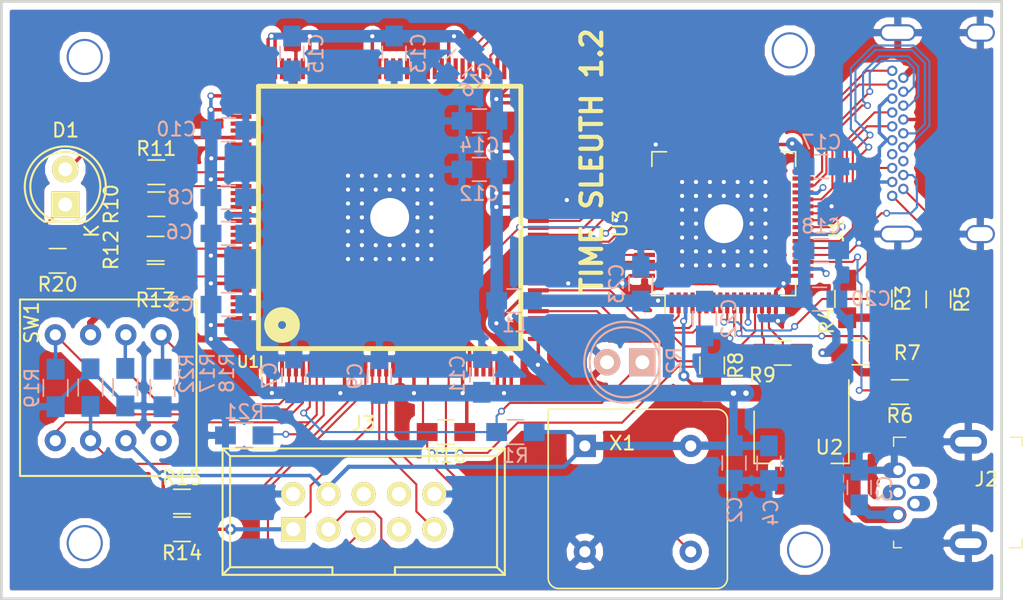
<source format=kicad_pcb>
(kicad_pcb (version 20171130) (host pcbnew "(5.0.0)")
  (layers (0 F.Cu signal) (31 B.Cu signal) (34 B.Paste user) (35 F.Paste user) (36 B.SilkS user) (37 F.SilkS user) (38 B.Mask user) (39 F.Mask user) (44 Edge.Cuts user))
  (net 0 "")
  (net 1 /+TMDS_CLK)
  (net 2 /-TMDS_0)
  (net 3 /+TMDS_0)
  (net 4 /-TMDS_1)
  (net 5 /+TMDS_1)
  (net 6 /-TMDS_2)
  (net 7 /+TMDS_2)
  (net 8 /-TMDS_CLK)
  (net 9 "Net-(J1-Pad13)")
  (net 10 "Net-(J1-Pad14)")
  (net 11 "Net-(J1-Pad15)")
  (net 12 "Net-(J1-Pad16)")
  (net 13 "Net-(J2-Pad3)")
  (net 14 /GND)
  (net 15 /+5)
  (net 16 "Net-(J2-Pad4)")
  (net 17 "Net-(J2-Pad2)")
  (net 18 /+3.3)
  (net 19 "Net-(U1-Pad3)")
  (net 20 "Net-(U1-Pad10)")
  (net 21 "Net-(U1-Pad14)")
  (net 22 /TMS)
  (net 23 /TCK)
  (net 24 /TDI)
  (net 25 /TDO)
  (net 26 "Net-(U1-Pad19)")
  (net 27 "Net-(U1-Pad21)")
  (net 28 "Net-(U1-Pad23)")
  (net 29 "Net-(U1-Pad25)")
  (net 30 "Net-(U1-Pad26)")
  (net 31 "Net-(U1-Pad31)")
  (net 32 "Net-(U1-Pad80)")
  (net 33 "Net-(U1-Pad81)")
  (net 34 "Net-(U1-Pad84)")
  (net 35 "Net-(U1-Pad85)")
  (net 36 "Net-(U1-Pad86)")
  (net 37 "Net-(U1-Pad87)")
  (net 38 /27CLK)
  (net 39 "Net-(U1-Pad89)")
  (net 40 "Net-(U1-Pad90)")
  (net 41 "Net-(U1-Pad91)")
  (net 42 "Net-(U1-Pad92)")
  (net 43 "Net-(U1-Pad94)")
  (net 44 "Net-(U1-Pad95)")
  (net 45 "Net-(U1-Pad97)")
  (net 46 "Net-(U1-Pad98)")
  (net 47 "Net-(U1-Pad99)")
  (net 48 "Net-(U1-Pad100)")
  (net 49 "Net-(U1-Pad101)")
  (net 50 "Net-(U1-Pad103)")
  (net 51 "Net-(U1-Pad105)")
  (net 52 "Net-(U1-Pad106)")
  (net 53 "Net-(U1-Pad112)")
  (net 54 "Net-(U1-Pad113)")
  (net 55 "Net-(U1-Pad114)")
  (net 56 "Net-(U1-Pad117)")
  (net 57 "Net-(U1-Pad123)")
  (net 58 "Net-(U1-Pad124)")
  (net 59 "Net-(U1-Pad125)")
  (net 60 "Net-(U1-Pad126)")
  (net 61 "Net-(U1-Pad127)")
  (net 62 "Net-(U1-Pad128)")
  (net 63 "Net-(U1-Pad129)")
  (net 64 "Net-(U1-Pad130)")
  (net 65 "Net-(U1-Pad134)")
  (net 66 "Net-(U1-Pad137)")
  (net 67 "Net-(U1-Pad138)")
  (net 68 "Net-(U1-Pad139)")
  (net 69 "Net-(U1-Pad140)")
  (net 70 "Net-(U1-Pad141)")
  (net 71 "Net-(J3-Pad6)")
  (net 72 "Net-(J3-Pad8)")
  (net 73 "Net-(J3-Pad7)")
  (net 74 "Net-(U1-Pad55)")
  (net 75 "Net-(U3-Pad6)")
  (net 76 "Net-(U3-Pad7)")
  (net 77 "Net-(U3-Pad8)")
  (net 78 "Net-(U3-Pad49)")
  (net 79 /HPD)
  (net 80 "Net-(R5-Pad2)")
  (net 81 "Net-(R6-Pad2)")
  (net 82 "Net-(R7-Pad1)")
  (net 83 /DE)
  (net 84 /HSYNC)
  (net 85 /VSYNC)
  (net 86 /SDA)
  (net 87 /SCL)
  (net 88 /DVI_CLK)
  (net 89 "Net-(U1-Pad88)")
  (net 90 /D23)
  (net 91 /D22)
  (net 92 /D21)
  (net 93 /D20)
  (net 94 /D19)
  (net 95 /D18)
  (net 96 /D17)
  (net 97 /D16)
  (net 98 /D15)
  (net 99 /D14)
  (net 100 /D13)
  (net 101 /D12)
  (net 102 /D11)
  (net 103 /D10)
  (net 104 /D9)
  (net 105 /D8)
  (net 106 /D7)
  (net 107 /D6)
  (net 108 /D5)
  (net 109 /D4)
  (net 110 /D3)
  (net 111 /D2)
  (net 112 /D1)
  (net 113 /D0)
  (net 114 /+3.3_DVI)
  (net 115 /SENSOR)
  (net 116 "Net-(R10-Pad2)")
  (net 117 "Net-(R11-Pad2)")
  (net 118 "Net-(R12-Pad2)")
  (net 119 "Net-(R13-Pad2)")
  (net 120 "Net-(R15-Pad2)")
  (net 121 /DVI_RST)
  (net 122 /A)
  (net 123 /C)
  (net 124 /B)
  (net 125 "Net-(D1-Pad1)")
  (net 126 "Net-(D1-Pad2)")
  (net 127 "Net-(U1-Pad28)")
  (net 128 "Net-(U1-Pad32)")
  (net 129 /D)
  (net 130 /E)
  (net 131 "Net-(SW1-Pad5)")
  (module pads:SS-10-23NP-LE (layer F.Cu) (at 78.5 99 270)
    (fp_text reference SW1 (at -0.875 9.325 270) (layer F.SilkS))
    (fp_text value SW_Coded)
    (pad 4 thru_hole circle (at 0 0 270) (size 1.524 1.524) (drill 0.8) (layers *.Cu *.Mask) (net 122 /A))
    (pad 3 thru_hole circle (at 0 2.54 270) (size 1.524 1.524) (drill 0.8) (layers *.Cu *.Mask) (net 124 /B))
    (pad 2 thru_hole circle (at 0 5.08 270) (size 1.524 1.524) (drill 0.8) (layers *.Cu *.Mask) (net 18 /+3.3))
    (pad 1 thru_hole circle (at 0 7.62 270) (size 1.524 1.524) (drill 0.8) (layers *.Cu *.Mask) (net 123 /C))
    (pad 8 thru_hole circle (at 7.62 7.62 270) (size 1.524 1.524) (drill 0.8) (layers *.Cu *.Mask) (net 129 /D))
    (pad 7 thru_hole circle (at 7.62 5.08 270) (size 1.524 1.524) (drill 0.8) (layers *.Cu *.Mask) (net 130 /E))
    (pad 6 thru_hole circle (at 7.62 2.54 270) (size 1.524 1.524) (drill 0.8) (layers *.Cu *.Mask) (net 18 /+3.3))
    (pad 5 thru_hole circle (at 7.62 0 270) (size 1.524 1.524) (drill 0.8) (layers *.Cu *.Mask) (net 131 "Net-(SW1-Pad5)"))
  )
  (module Housings_QFP:TQFP-64_1EP_10x10mm_Pitch0.5mm (layer F.Cu) (at 119 91 90)
    (fp_text reference U3 (at 0 -7.45 90) (layer F.SilkS))
    (fp_text value TFP410PAP hide)
    (pad 65 thru_hole circle (at 0 0 90) (size 3.2 3.2) (drill 2.8) (layers *.Cu *.Mask) (net 14 /GND))
    (pad 65 thru_hole circle (at 3 -3 90) (size 0.5 0.5) (drill 0.3) (layers *.Cu *.Mask) (net 14 /GND))
    (pad 65 smd rect (at 0 0 270) (size 8 8) (layers F.Cu F.Paste F.Mask) (net 14 /GND))
    (pad 64 smd rect (at -3.75 -5.7 180) (size 1.5 0.3) (layers F.Cu F.Paste F.Mask) (net 14 /GND))
    (pad 63 smd rect (at -3.25 -5.7 180) (size 1.5 0.3) (layers F.Cu F.Paste F.Mask) (net 113 /D0))
    (pad 62 smd rect (at -2.75 -5.7 180) (size 1.5 0.3) (layers F.Cu F.Paste F.Mask) (net 112 /D1))
    (pad 61 smd rect (at -2.25 -5.7 180) (size 1.5 0.3) (layers F.Cu F.Paste F.Mask) (net 111 /D2))
    (pad 60 smd rect (at -1.75 -5.7 180) (size 1.5 0.3) (layers F.Cu F.Paste F.Mask) (net 110 /D3))
    (pad 59 smd rect (at -1.25 -5.7 180) (size 1.5 0.3) (layers F.Cu F.Paste F.Mask) (net 109 /D4))
    (pad 58 smd rect (at -0.75 -5.7 180) (size 1.5 0.3) (layers F.Cu F.Paste F.Mask) (net 108 /D5))
    (pad 57 smd rect (at -0.25 -5.7 180) (size 1.5 0.3) (layers F.Cu F.Paste F.Mask) (net 88 /DVI_CLK))
    (pad 56 smd rect (at 0.25 -5.7 180) (size 1.5 0.3) (layers F.Cu F.Paste F.Mask) (net 14 /GND))
    (pad 55 smd rect (at 0.75 -5.7 180) (size 1.5 0.3) (layers F.Cu F.Paste F.Mask) (net 107 /D6))
    (pad 54 smd rect (at 1.25 -5.7 180) (size 1.5 0.3) (layers F.Cu F.Paste F.Mask) (net 106 /D7))
    (pad 53 smd rect (at 1.75 -5.7 180) (size 1.5 0.3) (layers F.Cu F.Paste F.Mask) (net 105 /D8))
    (pad 52 smd rect (at 2.25 -5.7 180) (size 1.5 0.3) (layers F.Cu F.Paste F.Mask) (net 104 /D9))
    (pad 51 smd rect (at 2.75 -5.7 180) (size 1.5 0.3) (layers F.Cu F.Paste F.Mask) (net 103 /D10))
    (pad 50 smd rect (at 3.25 -5.7 180) (size 1.5 0.3) (layers F.Cu F.Paste F.Mask) (net 102 /D11))
    (pad 49 smd rect (at 3.75 -5.7 180) (size 1.5 0.3) (layers F.Cu F.Paste F.Mask) (net 78 "Net-(U3-Pad49)"))
    (pad 48 smd rect (at 5.7 -3.75 90) (size 1.5 0.3) (layers F.Cu F.Paste F.Mask) (net 14 /GND))
    (pad 47 smd rect (at 5.7 -3.25 90) (size 1.5 0.3) (layers F.Cu F.Paste F.Mask) (net 101 /D12))
    (pad 46 smd rect (at 5.7 -2.75 90) (size 1.5 0.3) (layers F.Cu F.Paste F.Mask) (net 100 /D13))
    (pad 45 smd rect (at 5.7 -2.25 90) (size 1.5 0.3) (layers F.Cu F.Paste F.Mask) (net 99 /D14))
    (pad 44 smd rect (at 5.7 -1.75 90) (size 1.5 0.3) (layers F.Cu F.Paste F.Mask) (net 98 /D15))
    (pad 43 smd rect (at 5.7 -1.25 90) (size 1.5 0.3) (layers F.Cu F.Paste F.Mask) (net 97 /D16))
    (pad 42 smd rect (at 5.7 -0.75 90) (size 1.5 0.3) (layers F.Cu F.Paste F.Mask) (net 96 /D17))
    (pad 41 smd rect (at 5.7 -0.25 90) (size 1.5 0.3) (layers F.Cu F.Paste F.Mask) (net 95 /D18))
    (pad 40 smd rect (at 5.7 0.25 90) (size 1.5 0.3) (layers F.Cu F.Paste F.Mask) (net 94 /D19))
    (pad 39 smd rect (at 5.7 0.75 90) (size 1.5 0.3) (layers F.Cu F.Paste F.Mask) (net 93 /D20))
    (pad 38 smd rect (at 5.7 1.25 90) (size 1.5 0.3) (layers F.Cu F.Paste F.Mask) (net 92 /D21))
    (pad 37 smd rect (at 5.7 1.75 90) (size 1.5 0.3) (layers F.Cu F.Paste F.Mask) (net 91 /D22))
    (pad 36 smd rect (at 5.7 2.25 90) (size 1.5 0.3) (layers F.Cu F.Paste F.Mask) (net 90 /D23))
    (pad 35 smd rect (at 5.7 2.75 90) (size 1.5 0.3) (layers F.Cu F.Paste F.Mask) (net 14 /GND))
    (pad 34 smd rect (at 5.7 3.25 90) (size 1.5 0.3) (layers F.Cu F.Paste F.Mask) (net 14 /GND))
    (pad 33 smd rect (at 5.7 3.75 90) (size 1.5 0.3) (layers F.Cu F.Paste F.Mask) (net 114 /+3.3_DVI))
    (pad 32 smd rect (at 3.75 5.7 180) (size 1.5 0.3) (layers F.Cu F.Paste F.Mask) (net 14 /GND))
    (pad 31 smd rect (at 3.25 5.7 180) (size 1.5 0.3) (layers F.Cu F.Paste F.Mask) (net 7 /+TMDS_2))
    (pad 30 smd rect (at 2.75 5.7 180) (size 1.5 0.3) (layers F.Cu F.Paste F.Mask) (net 6 /-TMDS_2))
    (pad 29 smd rect (at 2.25 5.7 180) (size 1.5 0.3) (layers F.Cu F.Paste F.Mask) (net 114 /+3.3_DVI))
    (pad 28 smd rect (at 1.75 5.7 180) (size 1.5 0.3) (layers F.Cu F.Paste F.Mask) (net 5 /+TMDS_1))
    (pad 27 smd rect (at 1.25 5.7 180) (size 1.5 0.3) (layers F.Cu F.Paste F.Mask) (net 4 /-TMDS_1))
    (pad 26 smd rect (at 0.75 5.7 180) (size 1.5 0.3) (layers F.Cu F.Paste F.Mask) (net 14 /GND))
    (pad 25 smd rect (at 0.25 5.7 180) (size 1.5 0.3) (layers F.Cu F.Paste F.Mask) (net 3 /+TMDS_0))
    (pad 24 smd rect (at -0.25 5.7 180) (size 1.5 0.3) (layers F.Cu F.Paste F.Mask) (net 2 /-TMDS_0))
    (pad 23 smd rect (at -0.75 5.7 180) (size 1.5 0.3) (layers F.Cu F.Paste F.Mask) (net 114 /+3.3_DVI))
    (pad 22 smd rect (at -1.25 5.7 180) (size 1.5 0.3) (layers F.Cu F.Paste F.Mask) (net 1 /+TMDS_CLK))
    (pad 21 smd rect (at -1.75 5.7 180) (size 1.5 0.3) (layers F.Cu F.Paste F.Mask) (net 8 /-TMDS_CLK))
    (pad 20 smd rect (at -2.25 5.7 180) (size 1.5 0.3) (layers F.Cu F.Paste F.Mask) (net 14 /GND))
    (pad 19 smd rect (at -2.75 5.7 180) (size 1.5 0.3) (layers F.Cu F.Paste F.Mask) (net 81 "Net-(R6-Pad2)"))
    (pad 18 smd rect (at -3.25 5.7 180) (size 1.5 0.3) (layers F.Cu F.Paste F.Mask) (net 114 /+3.3_DVI))
    (pad 17 smd rect (at -3.75 5.7 180) (size 1.5 0.3) (layers F.Cu F.Paste F.Mask) (net 14 /GND))
    (pad 16 smd rect (at -5.7 3.75 90) (size 1.5 0.3) (layers F.Cu F.Paste F.Mask) (net 14 /GND))
    (pad 15 smd rect (at -5.7 3.25 90) (size 1.5 0.3) (layers F.Cu F.Paste F.Mask) (net 87 /SCL))
    (pad 14 smd rect (at -5.7 2.75 90) (size 1.5 0.3) (layers F.Cu F.Paste F.Mask) (net 86 /SDA))
    (pad 13 smd rect (at -5.7 2.25 90) (size 1.5 0.3) (layers F.Cu F.Paste F.Mask) (net 121 /DVI_RST))
    (pad 12 smd rect (at -5.7 1.75 90) (size 1.5 0.3) (layers F.Cu F.Paste F.Mask) (net 114 /+3.3_DVI))
    (pad 11 smd rect (at -5.7 1.25 90) (size 1.5 0.3) (layers F.Cu F.Paste F.Mask) (net 82 "Net-(R7-Pad1)"))
    (pad 10 smd rect (at -5.7 0.75 90) (size 1.5 0.3) (layers F.Cu F.Paste F.Mask) (net 14 /GND))
    (pad 9 smd rect (at -5.7 0.25 90) (size 1.5 0.3) (layers F.Cu F.Paste F.Mask) (net 80 "Net-(R5-Pad2)"))
    (pad 8 smd rect (at -5.7 -0.25 90) (size 1.5 0.3) (layers F.Cu F.Paste F.Mask) (net 77 "Net-(U3-Pad8)"))
    (pad 7 smd rect (at -5.7 -0.75 90) (size 1.5 0.3) (layers F.Cu F.Paste F.Mask) (net 76 "Net-(U3-Pad7)"))
    (pad 6 smd rect (at -5.7 -1.25 90) (size 1.5 0.3) (layers F.Cu F.Paste F.Mask) (net 75 "Net-(U3-Pad6)"))
    (pad 5 smd rect (at -5.7 -1.75 90) (size 1.5 0.3) (layers F.Cu F.Paste F.Mask) (net 85 /VSYNC))
    (pad 4 smd rect (at -5.7 -2.25 90) (size 1.5 0.3) (layers F.Cu F.Paste F.Mask) (net 84 /HSYNC))
    (pad 3 smd rect (at -5.7 -2.75 90) (size 1.5 0.3) (layers F.Cu F.Paste F.Mask) (net 114 /+3.3_DVI))
    (pad 2 smd rect (at -5.7 -3.25 90) (size 1.5 0.3) (layers F.Cu F.Paste F.Mask) (net 83 /DE))
    (pad 1 smd rect (at -5.7 -3.75 90) (size 1.5 0.3) (layers F.Cu F.Paste F.Mask) (net 114 /+3.3_DVI))
    (pad 65 thru_hole circle (at 3 -2 90) (size 0.5 0.5) (drill 0.3) (layers *.Cu *.Mask) (net 14 /GND))
    (pad 65 thru_hole circle (at 3 -1 90) (size 0.5 0.5) (drill 0.3) (layers *.Cu *.Mask) (net 14 /GND))
    (pad 65 thru_hole circle (at 3 0 90) (size 0.5 0.5) (drill 0.3) (layers *.Cu *.Mask) (net 14 /GND))
    (pad 65 thru_hole circle (at 3 1 90) (size 0.5 0.5) (drill 0.3) (layers *.Cu *.Mask) (net 14 /GND))
    (pad 65 thru_hole circle (at 3 2 90) (size 0.5 0.5) (drill 0.3) (layers *.Cu *.Mask) (net 14 /GND))
    (pad 65 thru_hole circle (at 3 3 90) (size 0.5 0.5) (drill 0.3) (layers *.Cu *.Mask) (net 14 /GND))
    (pad 65 thru_hole circle (at 2 3 90) (size 0.5 0.5) (drill 0.3) (layers *.Cu *.Mask) (net 14 /GND))
    (pad 65 thru_hole circle (at 1 3 90) (size 0.5 0.5) (drill 0.3) (layers *.Cu *.Mask) (net 14 /GND))
    (pad 65 thru_hole circle (at 0 3 90) (size 0.5 0.5) (drill 0.3) (layers *.Cu *.Mask) (net 14 /GND))
    (pad 65 thru_hole circle (at -1 3 90) (size 0.5 0.5) (drill 0.3) (layers *.Cu *.Mask) (net 14 /GND))
    (pad 65 thru_hole circle (at -2 3 90) (size 0.5 0.5) (drill 0.3) (layers *.Cu *.Mask) (net 14 /GND))
    (pad 65 thru_hole circle (at -3 3 90) (size 0.5 0.5) (drill 0.3) (layers *.Cu *.Mask) (net 14 /GND))
    (pad 65 thru_hole circle (at -3 2 90) (size 0.5 0.5) (drill 0.3) (layers *.Cu *.Mask) (net 14 /GND))
    (pad 65 thru_hole circle (at -2 2 90) (size 0.5 0.5) (drill 0.3) (layers *.Cu *.Mask) (net 14 /GND))
    (pad 65 thru_hole circle (at -1 2 90) (size 0.5 0.5) (drill 0.3) (layers *.Cu *.Mask) (net 14 /GND))
    (pad 65 thru_hole circle (at 0 2 90) (size 0.5 0.5) (drill 0.3) (layers *.Cu *.Mask) (net 14 /GND))
    (pad 65 thru_hole circle (at 1 2 90) (size 0.5 0.5) (drill 0.3) (layers *.Cu *.Mask) (net 14 /GND))
    (pad 65 thru_hole circle (at 2 2 90) (size 0.5 0.5) (drill 0.3) (layers *.Cu *.Mask) (net 14 /GND))
    (pad 65 thru_hole circle (at 2 1 90) (size 0.5 0.5) (drill 0.3) (layers *.Cu *.Mask) (net 14 /GND))
    (pad 65 thru_hole circle (at 2 0 90) (size 0.5 0.5) (drill 0.3) (layers *.Cu *.Mask) (net 14 /GND))
    (pad 65 thru_hole circle (at 2 -1 90) (size 0.5 0.5) (drill 0.3) (layers *.Cu *.Mask) (net 14 /GND))
    (pad 65 thru_hole circle (at 2 -2 90) (size 0.5 0.5) (drill 0.3) (layers *.Cu *.Mask) (net 14 /GND))
    (pad 65 thru_hole circle (at 2 -3 90) (size 0.5 0.5) (drill 0.3) (layers *.Cu *.Mask) (net 14 /GND))
    (pad 65 thru_hole circle (at 1 -3 90) (size 0.5 0.5) (drill 0.3) (layers *.Cu *.Mask) (net 14 /GND))
    (pad 65 thru_hole circle (at 0 -3 90) (size 0.5 0.5) (drill 0.3) (layers *.Cu *.Mask) (net 14 /GND))
    (pad 65 thru_hole circle (at -1 -3 90) (size 0.5 0.5) (drill 0.3) (layers *.Cu *.Mask) (net 14 /GND))
    (pad 65 thru_hole circle (at -2 -3 90) (size 0.5 0.5) (drill 0.3) (layers *.Cu *.Mask) (net 14 /GND))
    (pad 65 thru_hole circle (at -3 -3 90) (size 0.5 0.5) (drill 0.3) (layers *.Cu *.Mask) (net 14 /GND))
    (pad 65 thru_hole circle (at -3 -2 90) (size 0.5 0.5) (drill 0.3) (layers *.Cu *.Mask) (net 14 /GND))
    (pad 65 thru_hole circle (at -3 -1 90) (size 0.5 0.5) (drill 0.3) (layers *.Cu *.Mask) (net 14 /GND))
    (pad 65 thru_hole circle (at -3 0 90) (size 0.5 0.5) (drill 0.3) (layers *.Cu *.Mask) (net 14 /GND))
    (pad 65 thru_hole circle (at -3 1 90) (size 0.5 0.5) (drill 0.3) (layers *.Cu *.Mask) (net 14 /GND))
    (pad 65 thru_hole circle (at -2 1 90) (size 0.5 0.5) (drill 0.3) (layers *.Cu *.Mask) (net 14 /GND))
    (pad 65 thru_hole circle (at -2 0 90) (size 0.5 0.5) (drill 0.3) (layers *.Cu *.Mask) (net 14 /GND))
    (pad 65 thru_hole circle (at -2 -1 90) (size 0.5 0.5) (drill 0.3) (layers *.Cu *.Mask) (net 14 /GND))
    (pad 65 thru_hole circle (at -2 -2 90) (size 0.5 0.5) (drill 0.3) (layers *.Cu *.Mask) (net 14 /GND))
    (pad 65 thru_hole circle (at -1 -2 90) (size 0.5 0.5) (drill 0.3) (layers *.Cu *.Mask) (net 14 /GND))
    (pad 65 thru_hole circle (at 0 -2 90) (size 0.5 0.5) (drill 0.3) (layers *.Cu *.Mask) (net 14 /GND))
    (pad 65 thru_hole circle (at 1 -2 90) (size 0.5 0.5) (drill 0.3) (layers *.Cu *.Mask) (net 14 /GND))
  )
  (module pads:HDMI_THRU (layer F.Cu) (at 131.125 84.5 90)
    (fp_text reference J1 (at -7 -4 90) (layer F.SilkS))
    (fp_text value HDMI_A)
    (pad 1 thru_hole circle (at 4.5 0 90) (size 0.75 0.75) (drill 0.45) (layers *.Cu *.Mask) (net 7 /+TMDS_2))
    (pad 3 thru_hole circle (at 3.5 0 90) (size 0.75 0.75) (drill 0.45) (layers *.Cu *.Mask) (net 6 /-TMDS_2))
    (pad 5 thru_hole circle (at 2.5 0 90) (size 0.75 0.75) (drill 0.45) (layers *.Cu *.Mask) (net 14 /GND))
    (pad 7 thru_hole circle (at 1.5 0 90) (size 0.75 0.75) (drill 0.45) (layers *.Cu *.Mask) (net 3 /+TMDS_0))
    (pad 9 thru_hole circle (at 0.5 0 90) (size 0.75 0.75) (drill 0.45) (layers *.Cu *.Mask) (net 2 /-TMDS_0))
    (pad 11 thru_hole circle (at -0.5 0 90) (size 0.75 0.75) (drill 0.45) (layers *.Cu *.Mask) (net 14 /GND))
    (pad 13 thru_hole circle (at -1.5 0 90) (size 0.75 0.75) (drill 0.45) (layers *.Cu *.Mask) (net 9 "Net-(J1-Pad13)"))
    (pad 15 thru_hole circle (at -2.5 0 90) (size 0.75 0.75) (drill 0.45) (layers *.Cu *.Mask) (net 11 "Net-(J1-Pad15)"))
    (pad 17 thru_hole circle (at -3.5 0 90) (size 0.75 0.75) (drill 0.45) (layers *.Cu *.Mask) (net 14 /GND))
    (pad 19 thru_hole circle (at -4.5 0 90) (size 0.75 0.75) (drill 0.45) (layers *.Cu *.Mask) (net 79 /HPD))
    (pad 2 thru_hole circle (at 4 0.8 90) (size 0.75 0.75) (drill 0.45) (layers *.Cu *.Mask) (net 14 /GND))
    (pad 4 thru_hole circle (at 3 0.8 90) (size 0.75 0.75) (drill 0.45) (layers *.Cu *.Mask) (net 5 /+TMDS_1))
    (pad 6 thru_hole circle (at 2 0.8 90) (size 0.75 0.75) (drill 0.45) (layers *.Cu *.Mask) (net 4 /-TMDS_1))
    (pad 8 thru_hole circle (at 1 0.8 90) (size 0.75 0.75) (drill 0.45) (layers *.Cu *.Mask) (net 14 /GND))
    (pad 10 thru_hole circle (at 0 0.8 90) (size 0.75 0.75) (drill 0.45) (layers *.Cu *.Mask) (net 1 /+TMDS_CLK))
    (pad 12 thru_hole circle (at -1 0.8 90) (size 0.75 0.75) (drill 0.45) (layers *.Cu *.Mask) (net 8 /-TMDS_CLK))
    (pad 14 thru_hole circle (at -2 0.8 90) (size 0.75 0.75) (drill 0.45) (layers *.Cu *.Mask) (net 10 "Net-(J1-Pad14)"))
    (pad 16 thru_hole circle (at -3 0.8 90) (size 0.75 0.75) (drill 0.45) (layers *.Cu *.Mask) (net 12 "Net-(J1-Pad16)"))
    (pad 18 thru_hole circle (at -4 0.8 90) (size 0.75 0.75) (drill 0.45) (layers *.Cu *.Mask) (net 15 /+5))
    (pad SH thru_hole oval (at 7.25 0.4 90) (size 1.2 2.6) (drill oval 0.9 2.3) (layers *.Cu *.Mask) (net 14 /GND))
    (pad SH thru_hole oval (at -7.25 0.4 90) (size 1.2 2.6) (drill oval 0.9 2.3) (layers *.Cu *.Mask) (net 14 /GND))
    (pad SH thru_hole oval (at 7.25 6.34 90) (size 1.3 2.1) (drill oval 1 1.8) (layers *.Cu *.Mask) (net 14 /GND))
    (pad SH thru_hole oval (at -7.25 6.34 90) (size 1.3 2.1) (drill oval 1 1.8) (layers *.Cu *.Mask) (net 14 /GND))
  )
  (module digikey-footprints:USB_Mini_B_Female_548190519 (layer F.Cu) (at 131.55 110.35 180)
    (fp_text reference J2 (at -6.35 0.95 180) (layer F.SilkS))
    (fp_text value USB_B_Mini)
    (pad 3 thru_hole oval (at 0 0 180) (size 1.65 1.1) (drill 0.7 (offset 0.275 0)) (layers *.Cu *.Mask) (net 13 "Net-(J2-Pad3)"))
    (pad 5 thru_hole oval (at 0 -1.6 180) (size 1.65 1.1) (drill 0.7 (offset 0.275 0)) (layers *.Cu *.Mask) (net 15 /+5))
    (pad 1 thru_hole oval (at 0 1.6 180) (size 1.65 1.1) (drill 0.7 (offset 0.275 0)) (layers *.Cu *.Mask) (net 14 /GND))
    (pad 4 thru_hole oval (at -1.2 -0.8 180) (size 1.65 1.1) (drill 0.7 (offset -0.275 0)) (layers *.Cu *.Mask) (net 16 "Net-(J2-Pad4)"))
    (pad 2 thru_hole oval (at -1.2 0.8 180) (size 1.65 1.1) (drill 0.7 (offset -0.275 0)) (layers *.Cu *.Mask) (net 17 "Net-(J2-Pad2)"))
    (pad 6 thru_hole oval (at -5.05 -3.65 180) (size 2.7 1.7) (drill oval 1.9 0.7) (layers *.Cu *.Mask) (net 14 /GND))
    (pad 6 thru_hole oval (at -5.05 3.65 180) (size 2.7 1.7) (drill oval 1.9 0.7) (layers *.Cu *.Mask) (net 14 /GND))
  )
  (module Capacitors_SMD:C_0805_HandSoldering (layer B.Cu) (at 126.02 92.94 180)
    (fp_text reference C18 (at 0 1.75 180) (layer B.SilkS) (effects (justify mirror)))
    (fp_text value .1u)
    (pad 2 smd rect (at 1.25 0 180) (size 1.5 1.25) (layers B.Cu B.Paste B.Mask) (net 114 /+3.3_DVI))
    (pad 1 smd rect (at -1.25 0 180) (size 1.5 1.25) (layers B.Cu B.Paste B.Mask) (net 14 /GND))
  )
  (module Resistors_SMD:R_0805_HandSoldering (layer F.Cu) (at 78.1 94.8)
    (fp_text reference R13 (at 0 1.7) (layer F.SilkS))
    (fp_text value 10K)
    (pad 1 smd rect (at -1.35 0) (size 1.5 1.3) (layers F.Cu F.Paste F.Mask) (net 18 /+3.3))
    (pad 2 smd rect (at 1.35 0) (size 1.5 1.3) (layers F.Cu F.Paste F.Mask) (net 119 "Net-(R13-Pad2)"))
  )
  (module Resistors_SMD:R_0805_HandSoldering (layer F.Cu) (at 78.1 92.8)
    (fp_text reference R12 (at -3.2 0.1 90) (layer F.SilkS))
    (fp_text value 10K)
    (pad 2 smd rect (at 1.35 0) (size 1.5 1.3) (layers F.Cu F.Paste F.Mask) (net 118 "Net-(R12-Pad2)"))
    (pad 1 smd rect (at -1.35 0) (size 1.5 1.3) (layers F.Cu F.Paste F.Mask) (net 18 /+3.3))
  )
  (module Capacitors_SMD:C_0805_HandSoldering (layer B.Cu) (at 103.9 96.55)
    (fp_text reference L1 (at 0 1.75) (layer B.SilkS) (effects (justify mirror)))
    (fp_text value INDUCTOR hide)
    (pad 2 smd rect (at 1.25 0) (size 1.5 1.25) (layers B.Cu B.Paste B.Mask) (net 114 /+3.3_DVI))
    (pad 1 smd rect (at -1.25 0) (size 1.5 1.25) (layers B.Cu B.Paste B.Mask) (net 18 /+3.3))
  )
  (module Resistors_SMD:R_0805_HandSoldering (layer B.Cu) (at 75.92 102.77 270)
    (fp_text reference R17 (at -1.03 -5.92 270) (layer B.SilkS) (effects (justify mirror)))
    (fp_text value 10K)
    (pad 1 smd rect (at -1.35 0 270) (size 1.5 1.3) (layers B.Cu B.Paste B.Mask) (net 124 /B))
    (pad 2 smd rect (at 1.35 0 270) (size 1.5 1.3) (layers B.Cu B.Paste B.Mask) (net 14 /GND))
  )
  (module Resistors_SMD:R_0805_HandSoldering (layer B.Cu) (at 78.6 102.825 90)
    (fp_text reference R18 (at 1.085 4.63 90) (layer B.SilkS) (effects (justify mirror)))
    (fp_text value 10K)
    (pad 2 smd rect (at 1.35 0 90) (size 1.5 1.3) (layers B.Cu B.Paste B.Mask) (net 122 /A))
    (pad 1 smd rect (at -1.35 0 90) (size 1.5 1.3) (layers B.Cu B.Paste B.Mask) (net 14 /GND))
  )
  (module Capacitors_SMD:C_0805_HandSoldering (layer B.Cu) (at 126.03 86.89 180)
    (fp_text reference C17 (at 0 1.75 180) (layer B.SilkS) (effects (justify mirror)))
    (fp_text value .1u)
    (pad 1 smd rect (at -1.25 0 180) (size 1.5 1.25) (layers B.Cu B.Paste B.Mask) (net 14 /GND))
    (pad 2 smd rect (at 1.25 0 180) (size 1.5 1.25) (layers B.Cu B.Paste B.Mask) (net 114 /+3.3_DVI))
  )
  (module Resistors_SMD:R_0805_HandSoldering (layer F.Cu) (at 78.15 87.3)
    (fp_text reference R11 (at 0 -1.7) (layer F.SilkS))
    (fp_text value 10K)
    (pad 2 smd rect (at 1.35 0) (size 1.5 1.3) (layers F.Cu F.Paste F.Mask) (net 117 "Net-(R11-Pad2)"))
    (pad 1 smd rect (at -1.35 0) (size 1.5 1.3) (layers F.Cu F.Paste F.Mask) (net 14 /GND))
  )
  (module Capacitors_SMD:C_0805_HandSoldering (layer B.Cu) (at 125.89 96.43 180)
    (fp_text reference C20 (at -3.71 0.03 180) (layer B.SilkS) (effects (justify mirror)))
    (fp_text value .1u)
    (pad 1 smd rect (at -1.25 0 180) (size 1.5 1.25) (layers B.Cu B.Paste B.Mask) (net 14 /GND))
    (pad 2 smd rect (at 1.25 0 180) (size 1.5 1.25) (layers B.Cu B.Paste B.Mask) (net 114 /+3.3_DVI))
  )
  (module Capacitors_SMD:C_0805_HandSoldering (layer B.Cu) (at 113.03 95.32 270)
    (fp_text reference C23 (at 0 1.75 270) (layer B.SilkS) (effects (justify mirror)))
    (fp_text value 10u)
    (pad 2 smd rect (at 1.25 0 270) (size 1.5 1.25) (layers B.Cu B.Paste B.Mask) (net 114 /+3.3_DVI))
    (pad 1 smd rect (at -1.25 0 270) (size 1.5 1.25) (layers B.Cu B.Paste B.Mask) (net 14 /GND))
  )
  (module Resistors_SMD:R_0805_HandSoldering (layer F.Cu) (at 78.15 89.6)
    (fp_text reference R10 (at -3.25 0 90) (layer F.SilkS))
    (fp_text value 10K)
    (pad 1 smd rect (at -1.35 0) (size 1.5 1.3) (layers F.Cu F.Paste F.Mask) (net 18 /+3.3))
    (pad 2 smd rect (at 1.35 0) (size 1.5 1.3) (layers F.Cu F.Paste F.Mask) (net 116 "Net-(R10-Pad2)"))
  )
  (module Resistors_SMD:R_0805_HandSoldering (layer F.Cu) (at 99 106 180)
    (fp_text reference R16 (at 0 -1.7 180) (layer F.SilkS))
    (fp_text value 2.2K)
    (pad 1 smd rect (at -1.35 0 180) (size 1.5 1.3) (layers F.Cu F.Paste F.Mask) (net 18 /+3.3))
    (pad 2 smd rect (at 1.35 0 180) (size 1.5 1.3) (layers F.Cu F.Paste F.Mask) (net 87 /SCL))
  )
  (module Resistors_SMD:R_0805_HandSoldering (layer B.Cu) (at 104 106)
    (fp_text reference R1 (at 0 1.7) (layer B.SilkS) (effects (justify mirror)))
    (fp_text value 150)
    (pad 1 smd rect (at -1.35 0) (size 1.5 1.3) (layers B.Cu B.Paste B.Mask) (net 115 /SENSOR))
    (pad 2 smd rect (at 1.35 0) (size 1.5 1.3) (layers B.Cu B.Paste B.Mask) (net 18 /+3.3))
  )
  (module Resistors_SMD:R_0805_HandSoldering (layer B.Cu) (at 70.9 102.825 270)
    (fp_text reference R19 (at 0 1.7 270) (layer B.SilkS) (effects (justify mirror)))
    (fp_text value 10K)
    (pad 1 smd rect (at -1.35 0 270) (size 1.5 1.3) (layers B.Cu B.Paste B.Mask) (net 123 /C))
    (pad 2 smd rect (at 1.35 0 270) (size 1.5 1.3) (layers B.Cu B.Paste B.Mask) (net 14 /GND))
  )
  (module Capacitors_SMD:C_0805_HandSoldering (layer B.Cu) (at 117.62 97.83 90)
    (fp_text reference C22 (at 0 1.75 90) (layer B.SilkS) (effects (justify mirror)))
    (fp_text value .1u)
    (pad 1 smd rect (at -1.25 0 90) (size 1.5 1.25) (layers B.Cu B.Paste B.Mask) (net 14 /GND))
    (pad 2 smd rect (at 1.25 0 90) (size 1.5 1.25) (layers B.Cu B.Paste B.Mask) (net 114 /+3.3_DVI))
  )
  (module Resistors_SMD:R_0805_HandSoldering (layer F.Cu) (at 71.05 93.675 180)
    (fp_text reference R20 (at 0 -1.7 180) (layer F.SilkS))
    (fp_text value 1K)
    (pad 1 smd rect (at -1.35 0 180) (size 1.5 1.3) (layers F.Cu F.Paste F.Mask) (net 14 /GND))
    (pad 2 smd rect (at 1.35 0 180) (size 1.5 1.3) (layers F.Cu F.Paste F.Mask) (net 125 "Net-(D1-Pad1)"))
  )
  (module LEDs:LED-5MM (layer B.Cu) (at 113.1376 100.975308 180)
    (fp_text reference R2 (at -2.2874 0.125308 270) (layer B.SilkS) (effects (justify mirror)))
    (fp_text value R_PHOTO hide)
    (pad 1 thru_hole rect (at 0 0 90) (size 2 1.9) (drill 1.00076) (layers *.Cu *.Mask B.SilkS) (net 115 /SENSOR))
    (pad 2 thru_hole circle (at 2.54 0 180) (size 1.9 1.9) (drill 1.00076) (layers *.Cu *.Mask B.SilkS) (net 14 /GND))
  )
  (module LEDs:LED-5MM (layer F.Cu) (at 71.6 89.625 90)
    (fp_text reference D1 (at 5.35 0.025 180) (layer F.SilkS))
    (fp_text value LED)
    (fp_text user K (at -1.905 1.905 90) (layer F.SilkS))
    (pad 1 thru_hole rect (at 0 0 180) (size 2 1.9) (drill 1.00076) (layers *.Cu *.Mask F.SilkS) (net 125 "Net-(D1-Pad1)"))
    (pad 2 thru_hole circle (at 2.54 0 90) (size 1.9 1.9) (drill 1.00076) (layers *.Cu *.Mask F.SilkS) (net 126 "Net-(D1-Pad2)"))
  )
  (module Capacitors_SMD:C_0805_HandSoldering (layer B.Cu) (at 94.21 101.97 270)
    (fp_text reference C9 (at 0 1.75 270) (layer B.SilkS) (effects (justify mirror)))
    (fp_text value .1u)
    (pad 2 smd rect (at 1.25 0 270) (size 1.5 1.25) (layers B.Cu B.Paste B.Mask) (net 18 /+3.3))
    (pad 1 smd rect (at -1.25 0 270) (size 1.5 1.25) (layers B.Cu B.Paste B.Mask) (net 14 /GND))
  )
  (module Resistors_SMD:R_0805_HandSoldering (layer F.Cu) (at 131.67 103.12 180)
    (fp_text reference R6 (at 0 -1.7 180) (layer F.SilkS))
    (fp_text value 510)
    (pad 1 smd rect (at -1.35 0 180) (size 1.5 1.3) (layers F.Cu F.Paste F.Mask) (net 114 /+3.3_DVI))
    (pad 2 smd rect (at 1.35 0 180) (size 1.5 1.3) (layers F.Cu F.Paste F.Mask) (net 81 "Net-(R6-Pad2)"))
  )
  (module Resistors_SMD:R_0805_HandSoldering (layer F.Cu) (at 128.84 100.28 180)
    (fp_text reference R7 (at -3.36 -0.02 180) (layer F.SilkS))
    (fp_text value 5K)
    (pad 1 smd rect (at -1.35 0 180) (size 1.5 1.3) (layers F.Cu F.Paste F.Mask) (net 82 "Net-(R7-Pad1)"))
    (pad 2 smd rect (at 1.35 0 180) (size 1.5 1.3) (layers F.Cu F.Paste F.Mask) (net 114 /+3.3_DVI))
  )
  (module Resistors_SMD:R_0805_HandSoldering (layer F.Cu) (at 134.45 96.45 270)
    (fp_text reference R5 (at 0 -1.7 270) (layer F.SilkS))
    (fp_text value 1k)
    (pad 2 smd rect (at 1.35 0 270) (size 1.5 1.3) (layers F.Cu F.Paste F.Mask) (net 80 "Net-(R5-Pad2)"))
    (pad 1 smd rect (at -1.35 0 270) (size 1.5 1.3) (layers F.Cu F.Paste F.Mask) (net 79 /HPD))
  )
  (module Capacitors_SMD:C_0805_HandSoldering (layer B.Cu) (at 83.33 89.11 180)
    (fp_text reference C8 (at 3.43 0.01 180) (layer B.SilkS) (effects (justify mirror)))
    (fp_text value .1u)
    (pad 1 smd rect (at -1.25 0 180) (size 1.5 1.25) (layers B.Cu B.Paste B.Mask) (net 14 /GND))
    (pad 2 smd rect (at 1.25 0 180) (size 1.5 1.25) (layers B.Cu B.Paste B.Mask) (net 18 /+3.3))
  )
  (module Resistors_SMD:R_0805_HandSoldering (layer F.Cu) (at 130.22 96.39 90)
    (fp_text reference R3 (at 0 1.68 90) (layer F.SilkS))
    (fp_text value 10K)
    (pad 2 smd rect (at 1.35 0 90) (size 1.5 1.3) (layers F.Cu F.Paste F.Mask) (net 12 "Net-(J1-Pad16)"))
    (pad 1 smd rect (at -1.35 0 90) (size 1.5 1.3) (layers F.Cu F.Paste F.Mask) (net 15 /+5))
  )
  (module Resistors_SMD:R_0805_HandSoldering (layer F.Cu) (at 127.88 96.42 90)
    (fp_text reference R4 (at -1.58 -1.48 90) (layer F.SilkS))
    (fp_text value 10K)
    (pad 1 smd rect (at -1.35 0 90) (size 1.5 1.3) (layers F.Cu F.Paste F.Mask) (net 15 /+5))
    (pad 2 smd rect (at 1.35 0 90) (size 1.5 1.3) (layers F.Cu F.Paste F.Mask) (net 11 "Net-(J1-Pad15)"))
  )
  (module Resistors_SMD:R_0805_HandSoldering (layer F.Cu) (at 118.16 101.2 270)
    (fp_text reference R8 (at 0 -1.7 270) (layer F.SilkS))
    (fp_text value 2.2K)
    (pad 2 smd rect (at 1.35 0 270) (size 1.5 1.3) (layers F.Cu F.Paste F.Mask) (net 114 /+3.3_DVI))
    (pad 1 smd rect (at -1.35 0 270) (size 1.5 1.3) (layers F.Cu F.Paste F.Mask) (net 121 /DVI_RST))
  )
  (module Resistors_SMD:R_0805_HandSoldering (layer F.Cu) (at 123.24 100.3 180)
    (fp_text reference R9 (at 1.46 -1.6 180) (layer F.SilkS))
    (fp_text value 2.2K)
    (pad 1 smd rect (at -1.35 0 180) (size 1.5 1.3) (layers F.Cu F.Paste F.Mask) (net 18 /+3.3))
    (pad 2 smd rect (at 1.35 0 180) (size 1.5 1.3) (layers F.Cu F.Paste F.Mask) (net 86 /SDA))
  )
  (module Capacitors_SMD:C_0805_HandSoldering (layer B.Cu) (at 83.339999 91.7 180)
    (fp_text reference C6 (at 3.539999 0.1 180) (layer B.SilkS) (effects (justify mirror)))
    (fp_text value .1u)
    (pad 1 smd rect (at -1.25 0 180) (size 1.5 1.25) (layers B.Cu B.Paste B.Mask) (net 14 /GND))
    (pad 2 smd rect (at 1.25 0 180) (size 1.5 1.25) (layers B.Cu B.Paste B.Mask) (net 18 /+3.3))
  )
  (module Capacitors_SMD:C_0805_HandSoldering (layer B.Cu) (at 101.58 101.89 270)
    (fp_text reference C11 (at 0 1.75 270) (layer B.SilkS) (effects (justify mirror)))
    (fp_text value .1u)
    (pad 2 smd rect (at 1.25 0 270) (size 1.5 1.25) (layers B.Cu B.Paste B.Mask) (net 18 /+3.3))
    (pad 1 smd rect (at -1.25 0 270) (size 1.5 1.25) (layers B.Cu B.Paste B.Mask) (net 14 /GND))
  )
  (module Capacitors_SMD:C_0805_HandSoldering (layer B.Cu) (at 88.05 101.92 270)
    (fp_text reference C7 (at 0 1.75 270) (layer B.SilkS) (effects (justify mirror)))
    (fp_text value .1u)
    (pad 2 smd rect (at 1.25 0 270) (size 1.5 1.25) (layers B.Cu B.Paste B.Mask) (net 18 /+3.3))
    (pad 1 smd rect (at -1.25 0 270) (size 1.5 1.25) (layers B.Cu B.Paste B.Mask) (net 14 /GND))
  )
  (module Capacitors_SMD:C_0805_HandSoldering (layer B.Cu) (at 101.4 87.09)
    (fp_text reference C12 (at 0 1.75) (layer B.SilkS) (effects (justify mirror)))
    (fp_text value .1u)
    (pad 1 smd rect (at -1.25 0) (size 1.5 1.25) (layers B.Cu B.Paste B.Mask) (net 14 /GND))
    (pad 2 smd rect (at 1.25 0) (size 1.5 1.25) (layers B.Cu B.Paste B.Mask) (net 18 /+3.3))
  )
  (module Capacitors_SMD:C_0805_HandSoldering (layer B.Cu) (at 83.34 96.82 180)
    (fp_text reference C5 (at 3.44 0.02 180) (layer B.SilkS) (effects (justify mirror)))
    (fp_text value .1u)
    (pad 2 smd rect (at 1.25 0 180) (size 1.5 1.25) (layers B.Cu B.Paste B.Mask) (net 18 /+3.3))
    (pad 1 smd rect (at -1.25 0 180) (size 1.5 1.25) (layers B.Cu B.Paste B.Mask) (net 14 /GND))
  )
  (module Capacitors_SMD:C_0805_HandSoldering (layer B.Cu) (at 122.25 108.24 90)
    (fp_text reference C2 (at -3.36 -2.45 90) (layer B.SilkS) (effects (justify mirror)))
    (fp_text value 10u)
    (pad 2 smd rect (at 1.25 0 90) (size 1.5 1.25) (layers B.Cu B.Paste B.Mask) (net 18 /+3.3))
    (pad 1 smd rect (at -1.25 0 90) (size 1.5 1.25) (layers B.Cu B.Paste B.Mask) (net 14 /GND))
  )
  (module TO_SOT_Packages_SMD:SOT-223-3Lead_TabPin2 (layer F.Cu) (at 124.592782 106.349344 270)
    (fp_text reference U2 (at 0.750656 -2.007218) (layer F.SilkS))
    (fp_text value TC1264-3.3VDBTR)
    (pad 2 smd rect (at 3.15 0 270) (size 2 3.8) (layers F.Cu F.Paste F.Mask) (net 14 /GND))
    (pad 2 smd rect (at -3.15 0 270) (size 2 1.5) (layers F.Cu F.Paste F.Mask) (net 14 /GND))
    (pad 3 smd rect (at -3.15 2.3 270) (size 2 1.5) (layers F.Cu F.Paste F.Mask) (net 18 /+3.3))
    (pad 1 smd rect (at -3.15 -2.3 270) (size 2 1.5) (layers F.Cu F.Paste F.Mask) (net 15 /+5))
  )
  (module Capacitors_SMD:C_0805_HandSoldering (layer B.Cu) (at 119.74 108.23 90)
    (fp_text reference C4 (at -3.57 2.66 90) (layer B.SilkS) (effects (justify mirror)))
    (fp_text value .1u)
    (pad 1 smd rect (at -1.25 0 90) (size 1.5 1.25) (layers B.Cu B.Paste B.Mask) (net 14 /GND))
    (pad 2 smd rect (at 1.25 0 90) (size 1.5 1.25) (layers B.Cu B.Paste B.Mask) (net 18 /+3.3))
  )
  (module Capacitors_SMD:C_0805_HandSoldering (layer B.Cu) (at 83.34 84.24 180)
    (fp_text reference C10 (at 3.74 0.04 180) (layer B.SilkS) (effects (justify mirror)))
    (fp_text value .1u)
    (pad 1 smd rect (at -1.25 0 180) (size 1.5 1.25) (layers B.Cu B.Paste B.Mask) (net 14 /GND))
    (pad 2 smd rect (at 1.25 0 180) (size 1.5 1.25) (layers B.Cu B.Paste B.Mask) (net 18 /+3.3))
  )
  (module Capacitors_SMD:C_0805_HandSoldering (layer B.Cu) (at 101.41 83.6)
    (fp_text reference C14 (at 0 1.75) (layer B.SilkS) (effects (justify mirror)))
    (fp_text value .1u)
    (pad 1 smd rect (at -1.25 0) (size 1.5 1.25) (layers B.Cu B.Paste B.Mask) (net 14 /GND))
    (pad 2 smd rect (at 1.25 0) (size 1.5 1.25) (layers B.Cu B.Paste B.Mask) (net 18 /+3.3))
  )
  (module Capacitors_SMD:C_0805_HandSoldering (layer B.Cu) (at 99.95 79.41 45)
    (fp_text reference C16 (at 0 1.75 45) (layer B.SilkS) (effects (justify mirror)))
    (fp_text value .1u)
    (pad 1 smd rect (at -1.249999 0 45) (size 1.5 1.25) (layers B.Cu B.Paste B.Mask) (net 14 /GND))
    (pad 2 smd rect (at 1.249999 0 45) (size 1.5 1.25) (layers B.Cu B.Paste B.Mask) (net 18 /+3.3))
  )
  (module Capacitors_SMD:C_0805_HandSoldering (layer B.Cu) (at 87.91 78.75 90)
    (fp_text reference C15 (at 0 1.75 90) (layer B.SilkS) (effects (justify mirror)))
    (fp_text value .1u)
    (pad 2 smd rect (at 1.25 0 90) (size 1.5 1.25) (layers B.Cu B.Paste B.Mask) (net 18 /+3.3))
    (pad 1 smd rect (at -1.25 0 90) (size 1.5 1.25) (layers B.Cu B.Paste B.Mask) (net 14 /GND))
  )
  (module Capacitors_SMD:C_0805_HandSoldering (layer B.Cu) (at 95.27 78.74 90)
    (fp_text reference C13 (at 0 1.75 90) (layer B.SilkS) (effects (justify mirror)))
    (fp_text value .1u)
    (pad 2 smd rect (at 1.25 0 90) (size 1.5 1.25) (layers B.Cu B.Paste B.Mask) (net 18 /+3.3))
    (pad 1 smd rect (at -1.25 0 90) (size 1.5 1.25) (layers B.Cu B.Paste B.Mask) (net 14 /GND))
  )
  (module Altera:altera144_wcenterpad (layer F.Cu) (at 94.95 90.55 90)
    (fp_text reference U1 (at -10.4 -10.2 180) (layer F.SilkS) (effects (font (size 0.8 0.8))))
    (fp_text value 10M02SCE144I7G)
    (pad 1 smd rect (at -10.7 -8.75 90) (size 1.5 0.3) (layers F.Cu F.Paste F.Mask) (net 18 /+3.3))
    (pad 2 smd rect (at -10.7 -8.25 90) (size 1.5 0.3) (layers F.Cu F.Paste F.Mask) (net 18 /+3.3))
    (pad 3 smd rect (at -10.7 -7.75 90) (size 1.5 0.3) (layers F.Cu F.Paste F.Mask) (net 19 "Net-(U1-Pad3)"))
    (pad 4 smd rect (at -10.7 -7.25 90) (size 1.5 0.3) (layers F.Cu F.Paste F.Mask) (net 122 /A))
    (pad 5 smd rect (at -10.7 -6.75 90) (size 1.5 0.3) (layers F.Cu F.Paste F.Mask) (net 124 /B))
    (pad 6 smd rect (at -10.7 -6.25 90) (size 1.5 0.3) (layers F.Cu F.Paste F.Mask) (net 123 /C))
    (pad 7 smd rect (at -10.7 -5.75 90) (size 1.5 0.3) (layers F.Cu F.Paste F.Mask) (net 115 /SENSOR))
    (pad 8 smd rect (at -10.7 -5.25 90) (size 1.5 0.3) (layers F.Cu F.Paste F.Mask) (net 129 /D))
    (pad 9 smd rect (at -10.7 -4.75 90) (size 1.5 0.3) (layers F.Cu F.Paste F.Mask) (net 130 /E))
    (pad 10 smd rect (at -10.7 -4.25 90) (size 1.5 0.3) (layers F.Cu F.Paste F.Mask) (net 20 "Net-(U1-Pad10)"))
    (pad 11 smd rect (at -10.7 -3.75 90) (size 1.5 0.3) (layers F.Cu F.Paste F.Mask) (net 14 /GND))
    (pad 12 smd rect (at -10.7 -3.25 90) (size 1.5 0.3) (layers F.Cu F.Paste F.Mask) (net 18 /+3.3))
    (pad 13 smd rect (at -10.7 -2.75 90) (size 1.5 0.3) (layers F.Cu F.Paste F.Mask) (net 120 "Net-(R15-Pad2)"))
    (pad 14 smd rect (at -10.7 -2.25 90) (size 1.5 0.3) (layers F.Cu F.Paste F.Mask) (net 21 "Net-(U1-Pad14)"))
    (pad 15 smd rect (at -10.7 -1.75 90) (size 1.5 0.3) (layers F.Cu F.Paste F.Mask) (net 22 /TMS))
    (pad 16 smd rect (at -10.7 -1.25 90) (size 1.5 0.3) (layers F.Cu F.Paste F.Mask) (net 23 /TCK))
    (pad 17 smd rect (at -10.7 -0.75 90) (size 1.5 0.3) (layers F.Cu F.Paste F.Mask) (net 24 /TDI))
    (pad 18 smd rect (at -10.7 -0.25 90) (size 1.5 0.3) (layers F.Cu F.Paste F.Mask) (net 25 /TDO))
    (pad 19 smd rect (at -10.7 0.25 90) (size 1.5 0.3) (layers F.Cu F.Paste F.Mask) (net 26 "Net-(U1-Pad19)"))
    (pad 20 smd rect (at -10.7 0.75 90) (size 1.5 0.3) (layers F.Cu F.Paste F.Mask) (net 14 /GND))
    (pad 21 smd rect (at -10.7 1.25 90) (size 1.5 0.3) (layers F.Cu F.Paste F.Mask) (net 27 "Net-(U1-Pad21)"))
    (pad 22 smd rect (at -10.7 1.75 90) (size 1.5 0.3) (layers F.Cu F.Paste F.Mask) (net 18 /+3.3))
    (pad 23 smd rect (at -10.7 2.25 90) (size 1.5 0.3) (layers F.Cu F.Paste F.Mask) (net 28 "Net-(U1-Pad23)"))
    (pad 24 smd rect (at -10.7 2.75 90) (size 1.5 0.3) (layers F.Cu F.Paste F.Mask) (net 87 /SCL))
    (pad 25 smd rect (at -10.7 3.25 90) (size 1.5 0.3) (layers F.Cu F.Paste F.Mask) (net 29 "Net-(U1-Pad25)"))
    (pad 26 smd rect (at -10.7 3.75 90) (size 1.5 0.3) (layers F.Cu F.Paste F.Mask) (net 30 "Net-(U1-Pad26)"))
    (pad 27 smd rect (at -10.7 4.25 90) (size 1.5 0.3) (layers F.Cu F.Paste F.Mask) (net 38 /27CLK))
    (pad 28 smd rect (at -10.7 4.75 90) (size 1.5 0.3) (layers F.Cu F.Paste F.Mask) (net 127 "Net-(U1-Pad28)"))
    (pad 29 smd rect (at -10.7 5.25 90) (size 1.5 0.3) (layers F.Cu F.Paste F.Mask) (net 18 /+3.3))
    (pad 30 smd rect (at -10.7 5.75 90) (size 1.5 0.3) (layers F.Cu F.Paste F.Mask) (net 14 /GND))
    (pad 31 smd rect (at -10.7 6.25 90) (size 1.5 0.3) (layers F.Cu F.Paste F.Mask) (net 31 "Net-(U1-Pad31)"))
    (pad 32 smd rect (at -10.7 6.75 90) (size 1.5 0.3) (layers F.Cu F.Paste F.Mask) (net 128 "Net-(U1-Pad32)"))
    (pad 33 smd rect (at -10.7 7.25 90) (size 1.5 0.3) (layers F.Cu F.Paste F.Mask) (net 88 /DVI_CLK))
    (pad 34 smd rect (at -10.7 7.75 90) (size 1.5 0.3) (layers F.Cu F.Paste F.Mask) (net 18 /+3.3))
    (pad 35 smd rect (at -10.7 8.25 90) (size 1.5 0.3) (layers F.Cu F.Paste F.Mask) (net 18 /+3.3))
    (pad 36 smd rect (at -10.7 8.75 90) (size 1.5 0.3) (layers F.Cu F.Paste F.Mask) (net 18 /+3.3))
    (pad 37 smd rect (at -8.75 10.7 90) (size 0.3 1.5) (layers F.Cu F.Paste F.Mask) (net 18 /+3.3))
    (pad 38 smd rect (at -8.25 10.7 90) (size 0.3 1.5) (layers F.Cu F.Paste F.Mask) (net 14 /GND))
    (pad 39 smd rect (at -7.75 10.7 90) (size 0.3 1.5) (layers F.Cu F.Paste F.Mask) (net 86 /SDA))
    (pad 40 smd rect (at -7.25 10.7 90) (size 0.3 1.5) (layers F.Cu F.Paste F.Mask) (net 121 /DVI_RST))
    (pad 41 smd rect (at -6.75 10.7 90) (size 0.3 1.5) (layers F.Cu F.Paste F.Mask) (net 85 /VSYNC))
    (pad 42 smd rect (at -6.25 10.7 90) (size 0.3 1.5) (layers F.Cu F.Paste F.Mask) (net 84 /HSYNC))
    (pad 43 smd rect (at -5.75 10.7 90) (size 0.3 1.5) (layers F.Cu F.Paste F.Mask) (net 18 /+3.3))
    (pad 44 smd rect (at -5.25 10.7 90) (size 0.3 1.5) (layers F.Cu F.Paste F.Mask) (net 83 /DE))
    (pad 45 smd rect (at -4.75 10.7 90) (size 0.3 1.5) (layers F.Cu F.Paste F.Mask) (net 14 /GND))
    (pad 46 smd rect (at -4.25 10.7 90) (size 0.3 1.5) (layers F.Cu F.Paste F.Mask) (net 113 /D0))
    (pad 47 smd rect (at -3.75 10.7 90) (size 0.3 1.5) (layers F.Cu F.Paste F.Mask) (net 112 /D1))
    (pad 48 smd rect (at -3.25 10.7 90) (size 0.3 1.5) (layers F.Cu F.Paste F.Mask) (net 111 /D2))
    (pad 49 smd rect (at -2.75 10.7 90) (size 0.3 1.5) (layers F.Cu F.Paste F.Mask) (net 110 /D3))
    (pad 50 smd rect (at -2.25 10.7 90) (size 0.3 1.5) (layers F.Cu F.Paste F.Mask) (net 109 /D4))
    (pad 51 smd rect (at -1.75 10.7 90) (size 0.3 1.5) (layers F.Cu F.Paste F.Mask) (net 108 /D5))
    (pad 52 smd rect (at -1.25 10.7 90) (size 0.3 1.5) (layers F.Cu F.Paste F.Mask) (net 107 /D6))
    (pad 53 smd rect (at -0.75 10.7 90) (size 0.3 1.5) (layers F.Cu F.Paste F.Mask) (net 106 /D7))
    (pad 54 smd rect (at -0.25 10.7 90) (size 0.3 1.5) (layers F.Cu F.Paste F.Mask) (net 105 /D8))
    (pad 55 smd rect (at 0.25 10.7 90) (size 0.3 1.5) (layers F.Cu F.Paste F.Mask) (net 74 "Net-(U1-Pad55)"))
    (pad 56 smd rect (at 0.75 10.7 90) (size 0.3 1.5) (layers F.Cu F.Paste F.Mask) (net 18 /+3.3))
    (pad 57 smd rect (at 1.25 10.7 90) (size 0.3 1.5) (layers F.Cu F.Paste F.Mask) (net 14 /GND))
    (pad 58 smd rect (at 1.75 10.7 90) (size 0.3 1.5) (layers F.Cu F.Paste F.Mask) (net 18 /+3.3))
    (pad 59 smd rect (at 2.25 10.7 90) (size 0.3 1.5) (layers F.Cu F.Paste F.Mask) (net 104 /D9))
    (pad 60 smd rect (at 2.75 10.7 90) (size 0.3 1.5) (layers F.Cu F.Paste F.Mask) (net 103 /D10))
    (pad 61 smd rect (at 3.25 10.7 90) (size 0.3 1.5) (layers F.Cu F.Paste F.Mask) (net 102 /D11))
    (pad 62 smd rect (at 3.75 10.7 90) (size 0.3 1.5) (layers F.Cu F.Paste F.Mask) (net 101 /D12))
    (pad 63 smd rect (at 4.25 10.7 90) (size 0.3 1.5) (layers F.Cu F.Paste F.Mask) (net 100 /D13))
    (pad 64 smd rect (at 4.75 10.7 90) (size 0.3 1.5) (layers F.Cu F.Paste F.Mask) (net 18 /+3.3))
    (pad 65 smd rect (at 5.25 10.7 90) (size 0.3 1.5) (layers F.Cu F.Paste F.Mask) (net 99 /D14))
    (pad 66 smd rect (at 5.75 10.7 90) (size 0.3 1.5) (layers F.Cu F.Paste F.Mask) (net 14 /GND))
    (pad 67 smd rect (at 6.25 10.7 90) (size 0.3 1.5) (layers F.Cu F.Paste F.Mask) (net 98 /D15))
    (pad 68 smd rect (at 6.75 10.7 90) (size 0.3 1.5) (layers F.Cu F.Paste F.Mask) (net 97 /D16))
    (pad 69 smd rect (at 7.25 10.7 90) (size 0.3 1.5) (layers F.Cu F.Paste F.Mask) (net 96 /D17))
    (pad 70 smd rect (at 7.75 10.7 90) (size 0.3 1.5) (layers F.Cu F.Paste F.Mask) (net 95 /D18))
    (pad 71 smd rect (at 8.25 10.7 90) (size 0.3 1.5) (layers F.Cu F.Paste F.Mask) (net 18 /+3.3))
    (pad 72 smd rect (at 8.75 10.7 90) (size 0.3 1.5) (layers F.Cu F.Paste F.Mask) (net 18 /+3.3))
    (pad 73 smd rect (at 10.7 8.75 90) (size 1.5 0.3) (layers F.Cu F.Paste F.Mask) (net 18 /+3.3))
    (pad 74 smd rect (at 10.7 8.25 90) (size 1.5 0.3) (layers F.Cu F.Paste F.Mask) (net 94 /D19))
    (pad 75 smd rect (at 10.7 7.75 90) (size 1.5 0.3) (layers F.Cu F.Paste F.Mask) (net 93 /D20))
    (pad 76 smd rect (at 10.7 7.25 90) (size 1.5 0.3) (layers F.Cu F.Paste F.Mask) (net 92 /D21))
    (pad 77 smd rect (at 10.7 6.75 90) (size 1.5 0.3) (layers F.Cu F.Paste F.Mask))
    (pad 78 smd rect (at 10.7 6.25 90) (size 1.5 0.3) (layers F.Cu F.Paste F.Mask) (net 91 /D22))
    (pad 79 smd rect (at 10.7 5.75 90) (size 1.5 0.3) (layers F.Cu F.Paste F.Mask) (net 90 /D23))
    (pad 80 smd rect (at 10.7 5.25 90) (size 1.5 0.3) (layers F.Cu F.Paste F.Mask) (net 32 "Net-(U1-Pad80)"))
    (pad 81 smd rect (at 10.7 4.75 90) (size 1.5 0.3) (layers F.Cu F.Paste F.Mask) (net 33 "Net-(U1-Pad81)"))
    (pad 82 smd rect (at 10.7 4.25 90) (size 1.5 0.3) (layers F.Cu F.Paste F.Mask) (net 18 /+3.3))
    (pad 83 smd rect (at 10.7 3.75 90) (size 1.5 0.3) (layers F.Cu F.Paste F.Mask) (net 14 /GND))
    (pad 84 smd rect (at 10.7 3.25 90) (size 1.5 0.3) (layers F.Cu F.Paste F.Mask) (net 34 "Net-(U1-Pad84)"))
    (pad 85 smd rect (at 10.7 2.75 90) (size 1.5 0.3) (layers F.Cu F.Paste F.Mask) (net 35 "Net-(U1-Pad85)"))
    (pad 86 smd rect (at 10.7 2.25 90) (size 1.5 0.3) (layers F.Cu F.Paste F.Mask) (net 36 "Net-(U1-Pad86)"))
    (pad 87 smd rect (at 10.7 1.75 90) (size 1.5 0.3) (layers F.Cu F.Paste F.Mask) (net 37 "Net-(U1-Pad87)"))
    (pad 88 smd rect (at 10.7 1.25 90) (size 1.5 0.3) (layers F.Cu F.Paste F.Mask) (net 89 "Net-(U1-Pad88)"))
    (pad 89 smd rect (at 10.7 0.75 90) (size 1.5 0.3) (layers F.Cu F.Paste F.Mask) (net 39 "Net-(U1-Pad89)"))
    (pad 90 smd rect (at 10.7 0.25 90) (size 1.5 0.3) (layers F.Cu F.Paste F.Mask) (net 40 "Net-(U1-Pad90)"))
    (pad 91 smd rect (at 10.7 -0.25 90) (size 1.5 0.3) (layers F.Cu F.Paste F.Mask) (net 41 "Net-(U1-Pad91)"))
    (pad 92 smd rect (at 10.7 -0.75 90) (size 1.5 0.3) (layers F.Cu F.Paste F.Mask) (net 42 "Net-(U1-Pad92)"))
    (pad 93 smd rect (at 10.7 -1.25 90) (size 1.5 0.3) (layers F.Cu F.Paste F.Mask) (net 18 /+3.3))
    (pad 94 smd rect (at 10.7 -1.75 90) (size 1.5 0.3) (layers F.Cu F.Paste F.Mask) (net 43 "Net-(U1-Pad94)"))
    (pad 95 smd rect (at 10.7 -2.25 90) (size 1.5 0.3) (layers F.Cu F.Paste F.Mask) (net 44 "Net-(U1-Pad95)"))
    (pad 96 smd rect (at 10.7 -2.75 90) (size 1.5 0.3) (layers F.Cu F.Paste F.Mask) (net 14 /GND))
    (pad 97 smd rect (at 10.7 -3.25 90) (size 1.5 0.3) (layers F.Cu F.Paste F.Mask) (net 45 "Net-(U1-Pad97)"))
    (pad 98 smd rect (at 10.7 -3.75 90) (size 1.5 0.3) (layers F.Cu F.Paste F.Mask) (net 46 "Net-(U1-Pad98)"))
    (pad 99 smd rect (at 10.7 -4.25 90) (size 1.5 0.3) (layers F.Cu F.Paste F.Mask) (net 47 "Net-(U1-Pad99)"))
    (pad 100 smd rect (at 10.7 -4.75 90) (size 1.5 0.3) (layers F.Cu F.Paste F.Mask) (net 48 "Net-(U1-Pad100)"))
    (pad 101 smd rect (at 10.7 -5.25 90) (size 1.5 0.3) (layers F.Cu F.Paste F.Mask) (net 49 "Net-(U1-Pad101)"))
    (pad 102 smd rect (at 10.7 -5.75 90) (size 1.5 0.3) (layers F.Cu F.Paste F.Mask) (net 18 /+3.3))
    (pad 103 smd rect (at 10.7 -6.25 90) (size 1.5 0.3) (layers F.Cu F.Paste F.Mask) (net 50 "Net-(U1-Pad103)"))
    (pad 104 smd rect (at 10.7 -6.75 90) (size 1.5 0.3) (layers F.Cu F.Paste F.Mask) (net 14 /GND))
    (pad 105 smd rect (at 10.7 -7.25 90) (size 1.5 0.3) (layers F.Cu F.Paste F.Mask) (net 51 "Net-(U1-Pad105)"))
    (pad 106 smd rect (at 10.7 -7.75 90) (size 1.5 0.3) (layers F.Cu F.Paste F.Mask) (net 52 "Net-(U1-Pad106)"))
    (pad 107 smd rect (at 10.7 -8.25 90) (size 1.5 0.3) (layers F.Cu F.Paste F.Mask) (net 18 /+3.3))
    (pad 108 smd rect (at 10.7 -8.75 90) (size 1.5 0.3) (layers F.Cu F.Paste F.Mask) (net 18 /+3.3))
    (pad 109 smd rect (at 8.75 -10.7 90) (size 0.3 1.5) (layers F.Cu F.Paste F.Mask) (net 18 /+3.3))
    (pad 110 smd rect (at 8.25 -10.7 90) (size 0.3 1.5) (layers F.Cu F.Paste F.Mask) (net 14 /GND))
    (pad 111 smd rect (at 7.75 -10.7 90) (size 0.3 1.5) (layers F.Cu F.Paste F.Mask) (net 18 /+3.3))
    (pad 112 smd rect (at 7.25 -10.7 90) (size 0.3 1.5) (layers F.Cu F.Paste F.Mask) (net 53 "Net-(U1-Pad112)"))
    (pad 113 smd rect (at 6.75 -10.7 90) (size 0.3 1.5) (layers F.Cu F.Paste F.Mask) (net 54 "Net-(U1-Pad113)"))
    (pad 114 smd rect (at 6.25 -10.7 90) (size 0.3 1.5) (layers F.Cu F.Paste F.Mask) (net 55 "Net-(U1-Pad114)"))
    (pad 115 smd rect (at 5.75 -10.7 90) (size 0.3 1.5) (layers F.Cu F.Paste F.Mask) (net 126 "Net-(D1-Pad2)"))
    (pad 116 smd rect (at 5.25 -10.7 90) (size 0.3 1.5) (layers F.Cu F.Paste F.Mask))
    (pad 117 smd rect (at 4.75 -10.7 90) (size 0.3 1.5) (layers F.Cu F.Paste F.Mask) (net 56 "Net-(U1-Pad117)"))
    (pad 118 smd rect (at 4.25 -10.7 90) (size 0.3 1.5) (layers F.Cu F.Paste F.Mask) (net 18 /+3.3))
    (pad 119 smd rect (at 3.75 -10.7 90) (size 0.3 1.5) (layers F.Cu F.Paste F.Mask) (net 14 /GND))
    (pad 120 smd rect (at 3.25 -10.7 90) (size 0.3 1.5) (layers F.Cu F.Paste F.Mask) (net 117 "Net-(R11-Pad2)"))
    (pad 121 smd rect (at 2.75 -10.7 90) (size 0.3 1.5) (layers F.Cu F.Paste F.Mask) (net 18 /+3.3))
    (pad 122 smd rect (at 2.25 -10.7 90) (size 0.3 1.5) (layers F.Cu F.Paste F.Mask) (net 116 "Net-(R10-Pad2)"))
    (pad 123 smd rect (at 1.75 -10.7 90) (size 0.3 1.5) (layers F.Cu F.Paste F.Mask) (net 57 "Net-(U1-Pad123)"))
    (pad 124 smd rect (at 1.25 -10.7 90) (size 0.3 1.5) (layers F.Cu F.Paste F.Mask) (net 58 "Net-(U1-Pad124)"))
    (pad 125 smd rect (at 0.75 -10.7 90) (size 0.3 1.5) (layers F.Cu F.Paste F.Mask) (net 59 "Net-(U1-Pad125)"))
    (pad 126 smd rect (at 0.25 -10.7 90) (size 0.3 1.5) (layers F.Cu F.Paste F.Mask) (net 60 "Net-(U1-Pad126)"))
    (pad 127 smd rect (at -0.25 -10.7 90) (size 0.3 1.5) (layers F.Cu F.Paste F.Mask) (net 61 "Net-(U1-Pad127)"))
    (pad 128 smd rect (at -0.75 -10.7 90) (size 0.3 1.5) (layers F.Cu F.Paste F.Mask) (net 62 "Net-(U1-Pad128)"))
    (pad 129 smd rect (at -1.25 -10.7 90) (size 0.3 1.5) (layers F.Cu F.Paste F.Mask) (net 63 "Net-(U1-Pad129)"))
    (pad 130 smd rect (at -1.75 -10.7 90) (size 0.3 1.5) (layers F.Cu F.Paste F.Mask) (net 64 "Net-(U1-Pad130)"))
    (pad 131 smd rect (at -2.25 -10.7 90) (size 0.3 1.5) (layers F.Cu F.Paste F.Mask) (net 118 "Net-(R12-Pad2)"))
    (pad 132 smd rect (at -2.75 -10.7 90) (size 0.3 1.5) (layers F.Cu F.Paste F.Mask) (net 18 /+3.3))
    (pad 133 smd rect (at -3.25 -10.7 90) (size 0.3 1.5) (layers F.Cu F.Paste F.Mask) (net 14 /GND))
    (pad 134 smd rect (at -3.75 -10.7 90) (size 0.3 1.5) (layers F.Cu F.Paste F.Mask) (net 65 "Net-(U1-Pad134)"))
    (pad 135 smd rect (at -4.25 -10.7 90) (size 0.3 1.5) (layers F.Cu F.Paste F.Mask) (net 119 "Net-(R13-Pad2)"))
    (pad 136 smd rect (at -4.75 -10.7 90) (size 0.3 1.5) (layers F.Cu F.Paste F.Mask) (net 18 /+3.3))
    (pad 137 smd rect (at -5.25 -10.7 90) (size 0.3 1.5) (layers F.Cu F.Paste F.Mask) (net 66 "Net-(U1-Pad137)"))
    (pad 138 smd rect (at -5.75 -10.7 90) (size 0.3 1.5) (layers F.Cu F.Paste F.Mask) (net 67 "Net-(U1-Pad138)"))
    (pad 139 smd rect (at -6.25 -10.7 90) (size 0.3 1.5) (layers F.Cu F.Paste F.Mask) (net 68 "Net-(U1-Pad139)"))
    (pad 140 smd rect (at -6.75 -10.7 90) (size 0.3 1.5) (layers F.Cu F.Paste F.Mask) (net 69 "Net-(U1-Pad140)"))
    (pad 141 smd rect (at -7.25 -10.7 90) (size 0.3 1.5) (layers F.Cu F.Paste F.Mask) (net 70 "Net-(U1-Pad141)"))
    (pad 142 smd rect (at -7.75 -10.7 90) (size 0.3 1.5) (layers F.Cu F.Paste F.Mask) (net 18 /+3.3))
    (pad 143 smd rect (at -8.25 -10.7 90) (size 0.3 1.5) (layers F.Cu F.Paste F.Mask) (net 14 /GND))
    (pad 144 smd rect (at -8.75 -10.7 90) (size 0.3 1.5) (layers F.Cu F.Paste F.Mask) (net 18 /+3.3))
    (pad 145 smd rect (at 0 0 90) (size 6.7 6.7) (layers F.Cu F.Paste F.Mask) (net 14 /GND))
    (pad 145 thru_hole circle (at -3 -2 90) (size 0.6 0.6) (drill 0.3) (layers *.Cu *.Mask) (net 14 /GND))
    (pad 145 thru_hole circle (at -1 2 90) (size 0.6 0.6) (drill 0.3) (layers *.Cu *.Mask) (net 14 /GND))
    (pad 145 thru_hole circle (at -2 -1 90) (size 0.6 0.6) (drill 0.3) (layers *.Cu *.Mask) (net 14 /GND))
    (pad 145 thru_hole circle (at -3 -3 90) (size 0.6 0.6) (drill 0.3) (layers *.Cu *.Mask) (net 14 /GND))
    (pad 145 thru_hole circle (at -2 -3 90) (size 0.6 0.6) (drill 0.3) (layers *.Cu *.Mask) (net 14 /GND))
    (pad 145 thru_hole circle (at -2 -2 90) (size 0.6 0.6) (drill 0.3) (layers *.Cu *.Mask) (net 14 /GND))
    (pad 145 thru_hole circle (at -2 0 90) (size 0.6 0.6) (drill 0.3) (layers *.Cu *.Mask) (net 14 /GND))
    (pad 145 thru_hole circle (at -2 2 90) (size 0.6 0.6) (drill 0.3) (layers *.Cu *.Mask) (net 14 /GND))
    (pad 145 thru_hole circle (at -2 1 90) (size 0.6 0.6) (drill 0.3) (layers *.Cu *.Mask) (net 14 /GND))
    (pad 145 thru_hole circle (at -1 3 90) (size 0.6 0.6) (drill 0.3) (layers *.Cu *.Mask) (net 14 /GND))
    (pad 145 thru_hole circle (at -2 3 90) (size 0.6 0.6) (drill 0.3) (layers *.Cu *.Mask) (net 14 /GND))
    (pad 145 thru_hole circle (at -3 3 90) (size 0.6 0.6) (drill 0.3) (layers *.Cu *.Mask) (net 14 /GND))
    (pad 145 thru_hole circle (at -3 2 90) (size 0.6 0.6) (drill 0.3) (layers *.Cu *.Mask) (net 14 /GND))
    (pad 145 thru_hole circle (at -3 1 90) (size 0.6 0.6) (drill 0.3) (layers *.Cu *.Mask) (net 14 /GND))
    (pad 145 thru_hole circle (at -3 0 90) (size 0.6 0.6) (drill 0.3) (layers *.Cu *.Mask) (net 14 /GND))
    (pad 145 thru_hole circle (at -3 -1 90) (size 0.6 0.6) (drill 0.3) (layers *.Cu *.Mask) (net 14 /GND))
    (pad 145 thru_hole circle (at -1 -2 90) (size 0.6 0.6) (drill 0.3) (layers *.Cu *.Mask) (net 14 /GND))
    (pad 145 thru_hole circle (at -1 -3 90) (size 0.6 0.6) (drill 0.3) (layers *.Cu *.Mask) (net 14 /GND))
    (pad 145 thru_hole circle (at 0 -3 90) (size 0.6 0.6) (drill 0.3) (layers *.Cu *.Mask) (net 14 /GND))
    (pad 145 thru_hole circle (at 0 -2 90) (size 0.6 0.6) (drill 0.3) (layers *.Cu *.Mask) (net 14 /GND))
    (pad 145 thru_hole circle (at 0 0 90) (size 3.2 3.2) (drill 2.8) (layers *.Cu *.Mask) (net 14 /GND))
    (pad 145 thru_hole circle (at 0 2 90) (size 0.6 0.6) (drill 0.3) (layers *.Cu *.Mask) (net 14 /GND))
    (pad 145 thru_hole circle (at 0 3 90) (size 0.6 0.6) (drill 0.3) (layers *.Cu *.Mask) (net 14 /GND))
    (pad 145 thru_hole circle (at 1 3 90) (size 0.6 0.6) (drill 0.3) (layers *.Cu *.Mask) (net 14 /GND))
    (pad 145 thru_hole circle (at 1 2 90) (size 0.6 0.6) (drill 0.3) (layers *.Cu *.Mask) (net 14 /GND))
    (pad 145 thru_hole circle (at 1 -2 90) (size 0.6 0.6) (drill 0.3) (layers *.Cu *.Mask) (net 14 /GND))
    (pad 145 thru_hole circle (at 1 -3 90) (size 0.6 0.6) (drill 0.3) (layers *.Cu *.Mask) (net 14 /GND))
    (pad 145 thru_hole circle (at 2 -3 90) (size 0.6 0.6) (drill 0.3) (layers *.Cu *.Mask) (net 14 /GND))
    (pad 145 thru_hole circle (at 3 -3 90) (size 0.6 0.6) (drill 0.3) (layers *.Cu *.Mask) (net 14 /GND))
    (pad 145 thru_hole circle (at 3 -2 90) (size 0.6 0.6) (drill 0.3) (layers *.Cu *.Mask) (net 14 /GND))
    (pad 145 thru_hole circle (at 3 -1 90) (size 0.6 0.6) (drill 0.3) (layers *.Cu *.Mask) (net 14 /GND))
    (pad 145 thru_hole circle (at 3 0 90) (size 0.6 0.6) (drill 0.3) (layers *.Cu *.Mask) (net 14 /GND))
    (pad 145 thru_hole circle (at 3 1 90) (size 0.6 0.6) (drill 0.3) (layers *.Cu *.Mask) (net 14 /GND))
    (pad 145 thru_hole circle (at 3 2 90) (size 0.6 0.6) (drill 0.3) (layers *.Cu *.Mask) (net 14 /GND))
    (pad 145 thru_hole circle (at 3 3 90) (size 0.6 0.6) (drill 0.3) (layers *.Cu *.Mask) (net 14 /GND))
    (pad 145 thru_hole circle (at 2 3 90) (size 0.6 0.6) (drill 0.3) (layers *.Cu *.Mask) (net 14 /GND))
    (pad 145 thru_hole circle (at 2 2 90) (size 0.6 0.6) (drill 0.3) (layers *.Cu *.Mask) (net 14 /GND))
    (pad 145 thru_hole circle (at 2 1 90) (size 0.6 0.6) (drill 0.3) (layers *.Cu *.Mask) (net 14 /GND))
    (pad 145 thru_hole circle (at 2 0 90) (size 0.6 0.6) (drill 0.3) (layers *.Cu *.Mask) (net 14 /GND))
    (pad 145 thru_hole circle (at 2 -1 90) (size 0.6 0.6) (drill 0.3) (layers *.Cu *.Mask) (net 14 /GND))
    (pad 145 thru_hole circle (at 2 -2 90) (size 0.6 0.6) (drill 0.3) (layers *.Cu *.Mask) (net 14 /GND))
  )
  (module pads:2.3_hole_mount (layer F.Cu) (at 123.75 78.525)
    (fp_text reference "" (at 0 0.5) (layer F.SilkS))
    (fp_text value "")
    (pad "" thru_hole circle (at 0 0) (size 2.6 2.6) (drill 2.3) (layers *.Cu *.Mask))
  )
  (module Capacitors_SMD:C_0805_HandSoldering (layer B.Cu) (at 128.75 109.99 270)
    (fp_text reference C3 (at 0.09 -1.85 270) (layer B.SilkS) (effects (justify mirror)))
    (fp_text value 10u)
    (pad 1 smd rect (at -1.25 0 270) (size 1.5 1.25) (layers B.Cu B.Paste B.Mask) (net 14 /GND))
    (pad 2 smd rect (at 1.25 0 270) (size 1.5 1.25) (layers B.Cu B.Paste B.Mask) (net 15 /+5))
  )
  (module Resistors_SMD:R_0805_HandSoldering (layer F.Cu) (at 80 113 180)
    (fp_text reference R14 (at 0 -1.7 180) (layer F.SilkS))
    (fp_text value 10K)
    (pad 1 smd rect (at -1.35 0 180) (size 1.5 1.3) (layers F.Cu F.Paste F.Mask) (net 23 /TCK))
    (pad 2 smd rect (at 1.35 0 180) (size 1.5 1.3) (layers F.Cu F.Paste F.Mask) (net 14 /GND))
  )
  (module Resistors_SMD:R_0805_HandSoldering (layer F.Cu) (at 80 111)
    (fp_text reference R15 (at 0 -1.7) (layer F.SilkS))
    (fp_text value 10K)
    (pad 2 smd rect (at 1.35 0) (size 1.5 1.3) (layers F.Cu F.Paste F.Mask) (net 120 "Net-(R15-Pad2)"))
    (pad 1 smd rect (at -1.35 0) (size 1.5 1.3) (layers F.Cu F.Paste F.Mask) (net 18 /+3.3))
  )
  (module Connect:IDC_Header_Straight_10pins (layer F.Cu) (at 88 113)
    (fp_text reference J3 (at 5.08 -7.62) (layer F.SilkS))
    (fp_text value AVR-JTAG-10)
    (pad 1 thru_hole rect (at 0 0) (size 1.7272 1.7272) (drill 1.016) (layers *.Cu *.Mask F.SilkS) (net 23 /TCK))
    (pad 2 thru_hole oval (at 0 -2.54) (size 1.7272 1.7272) (drill 1.016) (layers *.Cu *.Mask F.SilkS) (net 14 /GND))
    (pad 3 thru_hole oval (at 2.54 0) (size 1.7272 1.7272) (drill 1.016) (layers *.Cu *.Mask F.SilkS) (net 25 /TDO))
    (pad 4 thru_hole oval (at 2.54 -2.54) (size 1.7272 1.7272) (drill 1.016) (layers *.Cu *.Mask F.SilkS) (net 18 /+3.3))
    (pad 5 thru_hole oval (at 5.08 0) (size 1.7272 1.7272) (drill 1.016) (layers *.Cu *.Mask F.SilkS) (net 22 /TMS))
    (pad 6 thru_hole oval (at 5.08 -2.54) (size 1.7272 1.7272) (drill 1.016) (layers *.Cu *.Mask F.SilkS) (net 71 "Net-(J3-Pad6)"))
    (pad 7 thru_hole oval (at 7.62 0) (size 1.7272 1.7272) (drill 1.016) (layers *.Cu *.Mask F.SilkS) (net 73 "Net-(J3-Pad7)"))
    (pad 8 thru_hole oval (at 7.62 -2.54) (size 1.7272 1.7272) (drill 1.016) (layers *.Cu *.Mask F.SilkS) (net 72 "Net-(J3-Pad8)"))
    (pad 9 thru_hole oval (at 10.16 0) (size 1.7272 1.7272) (drill 1.016) (layers *.Cu *.Mask F.SilkS) (net 24 /TDI))
    (pad 10 thru_hole oval (at 10.16 -2.54) (size 1.7272 1.7272) (drill 1.016) (layers *.Cu *.Mask F.SilkS) (net 14 /GND))
  )
  (module Oscillators:Oscillator_DIP-8 (layer F.Cu) (at 109 107 270)
    (fp_text reference X1 (at -0.2 -2.7) (layer F.SilkS))
    (fp_text value CXO_DIP8)
    (pad 1 thru_hole rect (at 0 0 270) (size 1.6 1.6) (drill 0.8) (layers *.Cu *.Mask) (net 18 /+3.3))
    (pad 8 thru_hole circle (at 0 -7.62 270) (size 1.6 1.6) (drill 0.8) (layers *.Cu *.Mask) (net 18 /+3.3))
    (pad 5 thru_hole circle (at 7.62 -7.62 270) (size 1.6 1.6) (drill 0.8) (layers *.Cu *.Mask) (net 38 /27CLK))
    (pad 4 thru_hole circle (at 7.62 0 270) (size 1.6 1.6) (drill 0.8) (layers *.Cu *.Mask) (net 14 /GND))
  )
  (module pads:2.3_hole_mount (layer F.Cu) (at 124.85 114.475)
    (fp_text reference "" (at 0 0.5) (layer F.SilkS))
    (fp_text value "")
    (pad "" thru_hole circle (at 0 0) (size 2.6 2.6) (drill 2.3) (layers *.Cu *.Mask))
  )
  (module pads:2.3_hole_mount (layer F.Cu) (at 73 79)
    (fp_text reference "" (at 0 0.5) (layer F.SilkS))
    (fp_text value "")
    (pad "" thru_hole circle (at 0 0) (size 2.6 2.6) (drill 2.3) (layers *.Cu *.Mask))
  )
  (module pads:2.3_hole_mount (layer F.Cu) (at 73 114)
    (fp_text reference "" (at 0 0.5) (layer F.SilkS))
    (fp_text value "")
    (pad "" thru_hole circle (at 0 0) (size 2.6 2.6) (drill 2.3) (layers *.Cu *.Mask))
  )
  (module Resistors_SMD:R_0805_HandSoldering (layer B.Cu) (at 84.48 106.24 180)
    (fp_text reference R21 (at 0 1.7 180) (layer B.SilkS) (effects (justify mirror)))
    (fp_text value 10K)
    (pad 2 smd rect (at 1.35 0 180) (size 1.5 1.3) (layers B.Cu B.Paste B.Mask) (net 14 /GND))
    (pad 1 smd rect (at -1.35 0 180) (size 1.5 1.3) (layers B.Cu B.Paste B.Mask) (net 129 /D))
  )
  (module Resistors_SMD:R_0805_HandSoldering (layer B.Cu) (at 73.41 102.8 270)
    (fp_text reference R22 (at -1.01 -6.92 90) (layer B.SilkS) (effects (justify mirror)))
    (fp_text value 10K)
    (pad 1 smd rect (at -1.35 0 270) (size 1.5 1.3) (layers B.Cu B.Paste B.Mask) (net 14 /GND))
    (pad 2 smd rect (at 1.35 0 270) (size 1.5 1.3) (layers B.Cu B.Paste B.Mask) (net 130 /E))
  )
  (gr_text "TIME SLEUTH 1.2" (at 109.5 86.5 90) (layer F.SilkS) (effects (font (size 1.5 1.5) (thickness 0.3))))
  (gr_line (start 67 75) (end 67 118) (layer Edge.Cuts) (width 0.2))
  (gr_line (start 139 75) (end 67 75) (layer Edge.Cuts) (width 0.2))
  (gr_line (start 139 118) (end 139 75) (layer Edge.Cuts) (width 0.2))
  (gr_line (start 67 118) (end 139 118) (layer Edge.Cuts) (width 0.2))
  (segment (start 133.475 79.425) (end 133.475 83.825) (width 0.152) (layer B.Cu) (net 1))
  (segment (start 132.55 78.5) (end 133.475 79.425) (width 0.152) (layer B.Cu) (net 1))
  (segment (start 128.475 83.575) (end 128.475 79.925) (width 0.152) (layer B.Cu) (net 1))
  (segment (start 129.9 78.5) (end 132.55 78.5) (width 0.152) (layer B.Cu) (net 1))
  (segment (start 128.475 79.925) (end 129.9 78.5) (width 0.152) (layer B.Cu) (net 1))
  (via (at 129.525 84.625) (size 0.5) (drill 0.3) (layers F.Cu B.Cu) (net 1))
  (segment (start 128.29 85.86) (end 129.525 84.625) (width 0.152) (layer F.Cu) (net 1))
  (segment (start 133.475 83.825) (end 132.8 84.5) (width 0.152) (layer B.Cu) (net 1))
  (segment (start 132.8 84.5) (end 131.925 84.5) (width 0.152) (layer B.Cu) (net 1))
  (segment (start 129.525 84.625) (end 128.475 83.575) (width 0.152) (layer B.Cu) (net 1))
  (segment (start 127.37 92.25) (end 128.29 91.33) (width 0.152) (layer F.Cu) (net 1))
  (segment (start 124.7 92.25) (end 127.37 92.25) (width 0.152) (layer F.Cu) (net 1))
  (segment (start 128.29 91.33) (end 128.29 85.86) (width 0.152) (layer F.Cu) (net 1))
  (segment (start 131.115 83.99) (end 131.125 84) (width 0.152) (layer F.Cu) (net 2))
  (segment (start 129.31 83.99) (end 131.115 83.99) (width 0.152) (layer F.Cu) (net 2))
  (segment (start 127.86 85.44) (end 129.31 83.99) (width 0.152) (layer F.Cu) (net 2))
  (segment (start 127.86 90.01) (end 127.86 85.44) (width 0.152) (layer F.Cu) (net 2))
  (segment (start 126.62 91.25) (end 127.86 90.01) (width 0.152) (layer F.Cu) (net 2))
  (segment (start 124.7 91.25) (end 126.62 91.25) (width 0.152) (layer F.Cu) (net 2))
  (segment (start 131.115 82.99) (end 131.125 83) (width 0.152) (layer F.Cu) (net 3))
  (segment (start 127.54 85.31) (end 129.86 82.99) (width 0.152) (layer F.Cu) (net 3))
  (segment (start 129.86 82.99) (end 131.115 82.99) (width 0.152) (layer F.Cu) (net 3))
  (segment (start 124.7 90.75) (end 126.63 90.75) (width 0.152) (layer F.Cu) (net 3))
  (segment (start 126.63 90.75) (end 127.54 89.84) (width 0.152) (layer F.Cu) (net 3))
  (segment (start 127.54 89.84) (end 127.54 85.31) (width 0.152) (layer F.Cu) (net 3))
  (segment (start 130.2 78.95) (end 132.275 78.95) (width 0.152) (layer B.Cu) (net 4))
  (segment (start 132.275 78.95) (end 133 79.675) (width 0.152) (layer B.Cu) (net 4))
  (segment (start 129.35 82.5) (end 129.025 82.175) (width 0.152) (layer B.Cu) (net 4))
  (segment (start 133 81.85) (end 132.35 82.5) (width 0.152) (layer B.Cu) (net 4))
  (segment (start 129.35 82.5) (end 129.34 82.49) (width 0.152) (layer F.Cu) (net 4))
  (segment (start 129.025 82.175) (end 129.025 80.125) (width 0.152) (layer B.Cu) (net 4))
  (segment (start 128.96 82.49) (end 127.13 84.32) (width 0.152) (layer F.Cu) (net 4))
  (segment (start 133 79.675) (end 133 81.85) (width 0.152) (layer B.Cu) (net 4))
  (segment (start 129.34 82.49) (end 128.96 82.49) (width 0.152) (layer F.Cu) (net 4))
  (segment (start 129.025 80.125) (end 130.2 78.95) (width 0.152) (layer B.Cu) (net 4))
  (segment (start 132.35 82.5) (end 131.925 82.5) (width 0.152) (layer B.Cu) (net 4))
  (via (at 129.35 82.5) (size 0.5) (drill 0.3) (layers F.Cu B.Cu) (net 4))
  (segment (start 127.13 84.32) (end 127.13 88.57) (width 0.152) (layer F.Cu) (net 4))
  (segment (start 125.95 89.75) (end 124.7 89.75) (width 0.152) (layer F.Cu) (net 4))
  (segment (start 127.13 88.57) (end 125.95 89.75) (width 0.152) (layer F.Cu) (net 4))
  (segment (start 132.15 79.275) (end 132.675 79.8) (width 0.152) (layer B.Cu) (net 5))
  (segment (start 126.82 84.18) (end 129.51 81.49) (width 0.152) (layer F.Cu) (net 5))
  (segment (start 132.675 81.15) (end 132.325 81.5) (width 0.152) (layer B.Cu) (net 5))
  (segment (start 130.35 79.275) (end 132.15 79.275) (width 0.152) (layer B.Cu) (net 5))
  (segment (start 132.325 81.5) (end 131.925 81.5) (width 0.152) (layer B.Cu) (net 5))
  (segment (start 132.675 79.8) (end 132.675 81.15) (width 0.152) (layer B.Cu) (net 5))
  (segment (start 129.51 80.115) (end 130.35 79.275) (width 0.152) (layer B.Cu) (net 5))
  (segment (start 129.51 81.49) (end 129.51 80.115) (width 0.152) (layer B.Cu) (net 5))
  (via (at 129.51 81.49) (size 0.5) (drill 0.3) (layers F.Cu B.Cu) (net 5))
  (segment (start 126.82 88.45) (end 126.82 84.18) (width 0.152) (layer F.Cu) (net 5))
  (segment (start 124.7 89.25) (end 126.02 89.25) (width 0.152) (layer F.Cu) (net 5))
  (segment (start 126.02 89.25) (end 126.82 88.45) (width 0.152) (layer F.Cu) (net 5))
  (segment (start 131.115 80.99) (end 131.125 81) (width 0.152) (layer F.Cu) (net 6))
  (segment (start 126.39 83.335) (end 128.735 80.99) (width 0.152) (layer F.Cu) (net 6))
  (segment (start 128.735 80.99) (end 131.115 80.99) (width 0.152) (layer F.Cu) (net 6))
  (segment (start 126.39 87.38) (end 126.39 83.335) (width 0.152) (layer F.Cu) (net 6))
  (segment (start 125.52 88.25) (end 126.39 87.38) (width 0.152) (layer F.Cu) (net 6))
  (segment (start 124.7 88.25) (end 125.52 88.25) (width 0.152) (layer F.Cu) (net 6))
  (segment (start 126.075 83.175) (end 129.26 79.99) (width 0.152) (layer F.Cu) (net 7))
  (segment (start 129.26 79.99) (end 131.115 79.99) (width 0.152) (layer F.Cu) (net 7))
  (segment (start 131.115 79.99) (end 131.125 80) (width 0.152) (layer F.Cu) (net 7))
  (segment (start 126.075 87.25) (end 126.075 83.175) (width 0.152) (layer F.Cu) (net 7))
  (segment (start 125.575 87.75) (end 126.075 87.25) (width 0.152) (layer F.Cu) (net 7))
  (segment (start 124.7 87.75) (end 125.575 87.75) (width 0.152) (layer F.Cu) (net 7))
  (segment (start 128.15 79.8) (end 129.775 78.175) (width 0.152) (layer B.Cu) (net 8))
  (segment (start 128.15 84.205) (end 128.15 79.8) (width 0.152) (layer B.Cu) (net 8))
  (segment (start 129.775 78.175) (end 132.675 78.175) (width 0.152) (layer B.Cu) (net 8))
  (segment (start 132.675 78.175) (end 133.8 79.3) (width 0.152) (layer B.Cu) (net 8))
  (segment (start 133.8 79.3) (end 133.8 83.95) (width 0.152) (layer B.Cu) (net 8))
  (segment (start 129.435 85.49) (end 128.15 84.205) (width 0.152) (layer B.Cu) (net 8))
  (segment (start 133.8 83.95) (end 132.25 85.5) (width 0.152) (layer B.Cu) (net 8))
  (segment (start 132.25 85.5) (end 131.925 85.5) (width 0.152) (layer B.Cu) (net 8))
  (segment (start 128.61 86.315) (end 129.435 85.49) (width 0.152) (layer F.Cu) (net 8))
  (segment (start 127.37 92.75) (end 128.61 91.51) (width 0.152) (layer F.Cu) (net 8))
  (segment (start 124.7 92.75) (end 127.37 92.75) (width 0.152) (layer F.Cu) (net 8))
  (segment (start 128.61 91.51) (end 128.61 86.315) (width 0.152) (layer F.Cu) (net 8))
  (via (at 129.435 85.49) (size 0.5) (drill 0.3) (layers F.Cu B.Cu) (net 8))
  (segment (start 130.2 86.99) (end 131.115 86.99) (width 0.152) (layer F.Cu) (net 11))
  (segment (start 130.2 86.99) (end 129.37 87.82) (width 0.152) (layer F.Cu) (net 11))
  (segment (start 129.37 87.82) (end 129.37 93.73) (width 0.152) (layer F.Cu) (net 11))
  (segment (start 128.03 95.07) (end 127.88 95.07) (width 0.152) (layer F.Cu) (net 11))
  (segment (start 131.115 86.99) (end 131.125 87) (width 0.152) (layer F.Cu) (net 11))
  (segment (start 129.37 93.73) (end 128.03 95.07) (width 0.152) (layer F.Cu) (net 11))
  (segment (start 132.575 87.5) (end 131.925 87.5) (width 0.152) (layer B.Cu) (net 12))
  (segment (start 129.75 90.925) (end 129.75 94.57) (width 0.152) (layer F.Cu) (net 12))
  (segment (start 132.475 90.25) (end 132.9 89.825) (width 0.152) (layer B.Cu) (net 12))
  (segment (start 129.75 90.85) (end 130.35 90.25) (width 0.152) (layer F.Cu) (net 12))
  (segment (start 130.35 90.25) (end 130.725 90.25) (width 0.152) (layer F.Cu) (net 12))
  (segment (start 132.9 89.825) (end 132.9 87.825) (width 0.152) (layer B.Cu) (net 12))
  (segment (start 129.75 94.57) (end 130.22 95.04) (width 0.152) (layer F.Cu) (net 12))
  (segment (start 132.9 87.825) (end 132.575 87.5) (width 0.152) (layer B.Cu) (net 12))
  (segment (start 129.75 90.925) (end 129.75 90.85) (width 0.152) (layer F.Cu) (net 12))
  (segment (start 130.725 90.25) (end 132.475 90.25) (width 0.152) (layer B.Cu) (net 12))
  (via (at 130.725 90.25) (size 0.5) (drill 0.3) (layers F.Cu B.Cu) (net 12))
  (segment (start 131.125 82) (end 130.775 82) (width 0.25) (layer B.Cu) (net 14))
  (segment (start 130.775 82) (end 130.2 82.575) (width 0.25) (layer B.Cu) (net 14))
  (segment (start 130.2 82.575) (end 130.2 84.45) (width 0.25) (layer B.Cu) (net 14))
  (segment (start 88.2 78) (end 87.8 77.6) (width 0.25) (layer F.Cu) (net 14))
  (segment (start 88.2 79.85) (end 88.2 82) (width 0.25) (layer F.Cu) (net 14))
  (segment (start 98.7 79.85) (end 98.7 81.7) (width 0.25) (layer F.Cu) (net 14))
  (segment (start 92.2 79.85) (end 92.2 81.2) (width 0.25) (layer F.Cu) (net 14))
  (segment (start 88.2 79.85) (end 88.2 78) (width 0.25) (layer F.Cu) (net 14))
  (segment (start 86.8 82.3) (end 86.9 82.4) (width 0.25) (layer F.Cu) (net 14))
  (segment (start 84.25 82.3) (end 86.8 82.3) (width 0.25) (layer F.Cu) (net 14))
  (segment (start 131.925 83.5) (end 134 83.5) (width 0.25) (layer F.Cu) (net 14))
  (segment (start 122.25 85.3) (end 122.25 83.45) (width 0.25) (layer F.Cu) (net 14))
  (segment (start 121.75 85.3) (end 121.75 83.85) (width 0.25) (layer F.Cu) (net 14))
  (segment (start 121.75 83.85) (end 122.2 83.4) (width 0.25) (layer F.Cu) (net 14))
  (segment (start 130.2 84.45) (end 130.75 85) (width 0.25) (layer B.Cu) (net 14))
  (segment (start 122.25 83.45) (end 122.2 83.4) (width 0.25) (layer F.Cu) (net 14))
  (segment (start 105.65 84.8) (end 104.8 84.8) (width 0.25) (layer F.Cu) (net 14))
  (segment (start 105.65 84.8) (end 103.8 84.8) (width 0.25) (layer F.Cu) (net 14))
  (segment (start 112.25 94.75) (end 111.7 95.3) (width 0.25) (layer F.Cu) (net 14))
  (segment (start 130.2 86.15) (end 129.675 86.675) (width 0.25) (layer B.Cu) (net 14))
  (segment (start 130.725 85) (end 130.2 85.525) (width 0.25) (layer B.Cu) (net 14))
  (segment (start 131.125 85) (end 130.725 85) (width 0.25) (layer B.Cu) (net 14))
  (segment (start 122.75 95.85) (end 123.3 95.3) (width 0.25) (layer F.Cu) (net 14))
  (segment (start 127.14 97.24) (end 127.9 98) (width 0.5) (layer B.Cu) (net 14))
  (segment (start 127.27 92.73) (end 128.7 91.3) (width 0.5) (layer B.Cu) (net 14))
  (segment (start 113.3 94.75) (end 112.25 94.75) (width 0.25) (layer F.Cu) (net 14))
  (segment (start 123.85 94.75) (end 123.3 95.3) (width 0.25) (layer F.Cu) (net 14))
  (segment (start 124.7 87.25) (end 124.7 86.4) (width 0.25) (layer F.Cu) (net 14))
  (segment (start 130.2 85.525) (end 130.2 86.15) (width 0.25) (layer B.Cu) (net 14))
  (segment (start 130.75 85) (end 131.125 85) (width 0.25) (layer B.Cu) (net 14))
  (segment (start 122.75 97.85) (end 122.9 98) (width 0.25) (layer F.Cu) (net 14))
  (segment (start 127.27 92.94) (end 127.27 92.73) (width 0.5) (layer B.Cu) (net 14))
  (segment (start 124.7 94.75) (end 123.85 94.75) (width 0.25) (layer F.Cu) (net 14))
  (segment (start 105.65 95.3) (end 107.8 95.3) (width 0.25) (layer F.Cu) (net 14))
  (segment (start 124.7 86.4) (end 124.9 86.2) (width 0.25) (layer F.Cu) (net 14))
  (segment (start 127.14 96.43) (end 127.14 97.24) (width 0.5) (layer B.Cu) (net 14))
  (segment (start 122.75 96.7) (end 122.75 97.85) (width 0.25) (layer F.Cu) (net 14))
  (segment (start 122.75 96.7) (end 122.75 95.85) (width 0.25) (layer F.Cu) (net 14))
  (segment (start 115.25 85.3) (end 114.1 85.3) (width 0.25) (layer F.Cu) (net 14))
  (segment (start 131.125 88) (end 129.4 88) (width 0.25) (layer B.Cu) (net 14))
  (segment (start 86.1 98.8) (end 86.3 98.6) (width 0.25) (layer F.Cu) (net 14))
  (segment (start 84.25 98.8) (end 86.1 98.8) (width 0.25) (layer F.Cu) (net 14))
  (segment (start 95.7 101.25) (end 95.7 103.7) (width 0.25) (layer F.Cu) (net 14))
  (segment (start 100.7 101.25) (end 100.7 99.7) (width 0.25) (layer F.Cu) (net 14))
  (segment (start 106.8 98.8) (end 108 100) (width 0.25) (layer F.Cu) (net 14))
  (segment (start 126.76 89.75) (end 126.26 90.25) (width 0.152) (layer F.Cu) (net 14))
  (segment (start 126.26 90.25) (end 124.7 90.25) (width 0.152) (layer F.Cu) (net 14))
  (segment (start 84.25 93.8) (end 86.4 93.8) (width 0.25) (layer F.Cu) (net 14))
  (segment (start 105.65 89.3) (end 107.7 89.3) (width 0.25) (layer F.Cu) (net 14))
  (segment (start 91.2 101.25) (end 91.2 99.8) (width 0.25) (layer F.Cu) (net 14))
  (segment (start 95.7 101.25) (end 95.7 99.3) (width 0.25) (layer F.Cu) (net 14))
  (segment (start 100.7 99.7) (end 100 99) (width 0.25) (layer F.Cu) (net 14))
  (segment (start 104.2 98.8) (end 104 99) (width 0.25) (layer F.Cu) (net 14))
  (segment (start 119.75 96.7) (end 119.75 98.55) (width 0.152) (layer F.Cu) (net 14))
  (segment (start 105.65 98.8) (end 104.2 98.8) (width 0.25) (layer F.Cu) (net 14))
  (segment (start 105.65 98.8) (end 106.8 98.8) (width 0.25) (layer F.Cu) (net 14))
  (segment (start 104.3 95.3) (end 104 95) (width 0.25) (layer F.Cu) (net 14))
  (segment (start 105.65 95.3) (end 104.3 95.3) (width 0.25) (layer F.Cu) (net 14))
  (segment (start 119.75 98.55) (end 119.44 98.86) (width 0.152) (layer F.Cu) (net 14))
  (segment (start 128.73 92.38) (end 127.86 93.25) (width 0.152) (layer F.Cu) (net 14))
  (segment (start 113.3 90.75) (end 112.26 90.75) (width 0.152) (layer F.Cu) (net 14))
  (segment (start 112.26 90.75) (end 111.25 90.75) (width 0.152) (layer F.Cu) (net 14))
  (segment (start 119.44 98.86) (end 119.44 99.25) (width 0.152) (layer F.Cu) (net 14))
  (segment (start 127.86 93.25) (end 124.7 93.25) (width 0.152) (layer F.Cu) (net 14))
  (segment (start 84.25 86.8) (end 86.3 86.8) (width 0.25) (layer F.Cu) (net 14))
  (via (at 107.8 95.3) (size 0.5) (drill 0.3) (layers F.Cu B.Cu) (net 14))
  (via (at 107.7 89.3) (size 0.5) (drill 0.3) (layers F.Cu B.Cu) (net 14))
  (via (at 111.7 95.3) (size 0.5) (drill 0.3) (layers F.Cu B.Cu) (net 14))
  (via (at 123.3 95.3) (size 0.5) (drill 0.3) (layers F.Cu B.Cu) (net 14))
  (via (at 114.1 85.3) (size 0.5) (drill 0.3) (layers F.Cu B.Cu) (net 14))
  (via (at 111.25 90.75) (size 0.5) (drill 0.3) (layers F.Cu B.Cu) (net 14))
  (via (at 126.76 89.75) (size 0.5) (drill 0.3) (layers F.Cu B.Cu) (net 14))
  (via (at 119.44 99.25) (size 0.5) (drill 0.3) (layers F.Cu B.Cu) (net 14))
  (via (at 122.9 98) (size 0.5) (drill 0.3) (layers F.Cu B.Cu) (net 14))
  (via (at 128.73 92.38) (size 0.5) (drill 0.3) (layers F.Cu B.Cu) (net 14))
  (segment (start 131.54 108.74) (end 131.55 108.75) (width 0.6) (layer B.Cu) (net 14))
  (segment (start 75.92 104) (end 75.92 104.12) (width 0.25) (layer B.Cu) (net 14))
  (segment (start 73.41 101.45) (end 73.41 101.49) (width 0.25) (layer B.Cu) (net 14))
  (segment (start 73.41 101.49) (end 75.92 104) (width 0.25) (layer B.Cu) (net 14))
  (segment (start 70.9 104.01) (end 70.9 104.175) (width 0.25) (layer B.Cu) (net 14))
  (segment (start 73.41 101.45) (end 73.41 101.5) (width 0.25) (layer B.Cu) (net 14))
  (segment (start 73.41 101.5) (end 70.9 104.01) (width 0.25) (layer B.Cu) (net 14))
  (segment (start 130.19 97.77) (end 130.22 97.74) (width 0.6) (layer F.Cu) (net 15))
  (segment (start 135.95 102.7) (end 135.95 104.35) (width 0.6) (layer F.Cu) (net 15))
  (segment (start 127.88 97.77) (end 130.19 97.77) (width 0.6) (layer F.Cu) (net 15))
  (segment (start 130.22 97.74) (end 130.99 97.74) (width 0.6) (layer F.Cu) (net 15))
  (segment (start 135.95 92.525) (end 135.95 104.35) (width 0.152) (layer F.Cu) (net 15))
  (segment (start 131.925 88.5) (end 135.95 92.525) (width 0.152) (layer F.Cu) (net 15))
  (segment (start 130.99 97.74) (end 135.95 102.7) (width 0.6) (layer F.Cu) (net 15))
  (segment (start 129.46 111.95) (end 128.75 111.24) (width 0.6) (layer B.Cu) (net 15))
  (segment (start 131.55 111.95) (end 129.46 111.95) (width 0.6) (layer B.Cu) (net 15))
  (segment (start 126.892782 103.199344) (end 126.892782 105.382782) (width 1.2) (layer F.Cu) (net 15))
  (segment (start 126.892782 105.382782) (end 128.25 106.74) (width 1.2) (layer F.Cu) (net 15))
  (segment (start 128.25 106.74) (end 128.25 110.88) (width 1.2) (layer F.Cu) (net 15))
  (segment (start 129.32 111.95) (end 131.55 111.95) (width 1.2) (layer F.Cu) (net 15))
  (segment (start 128.25 110.88) (end 129.32 111.95) (width 1.2) (layer F.Cu) (net 15))
  (segment (start 133.56 106.74) (end 128.25 106.74) (width 0.6) (layer F.Cu) (net 15))
  (segment (start 135.95 104.35) (end 133.56 106.74) (width 0.6) (layer F.Cu) (net 15))
  (segment (start 102.86 81.8) (end 102.63 82.03) (width 0.25) (layer F.Cu) (net 18))
  (segment (start 89.2 79.85) (end 89.2 77.51) (width 0.25) (layer F.Cu) (net 18))
  (segment (start 99.2 79.85) (end 99.2 77.89) (width 0.25) (layer F.Cu) (net 18))
  (segment (start 86.5 77.5) (end 86.7 77.7) (width 0.25) (layer F.Cu) (net 18))
  (segment (start 93.7 79.85) (end 93.7 77.51) (width 0.25) (layer F.Cu) (net 18))
  (segment (start 103.7 79.85) (end 103.7 80.96) (width 0.25) (layer F.Cu) (net 18))
  (segment (start 86.2 77.74) (end 86.2 79.85) (width 0.25) (layer F.Cu) (net 18))
  (segment (start 86.7 77.7) (end 86.7 79.85) (width 0.25) (layer F.Cu) (net 18))
  (segment (start 105.65 82.3) (end 102.9 82.3) (width 0.25) (layer F.Cu) (net 18))
  (segment (start 86.44 77.5) (end 86.5 77.5) (width 0.25) (layer F.Cu) (net 18))
  (segment (start 99.2 77.89) (end 99.58 77.51) (width 0.25) (layer F.Cu) (net 18))
  (segment (start 103.7 80.96) (end 102.63 82.03) (width 0.25) (layer F.Cu) (net 18))
  (segment (start 82.08 81.8) (end 84.25 81.8) (width 0.25) (layer F.Cu) (net 18))
  (segment (start 86.44 77.5) (end 86.2 77.74) (width 0.25) (layer F.Cu) (net 18))
  (segment (start 102.9 82.3) (end 102.63 82.03) (width 0.25) (layer F.Cu) (net 18))
  (segment (start 105.65 81.8) (end 102.86 81.8) (width 0.25) (layer F.Cu) (net 18))
  (segment (start 102.66 82.06) (end 102.63 82.03) (width 0.9) (layer B.Cu) (net 18))
  (segment (start 102.66 83.6) (end 102.66 82.06) (width 0.9) (layer B.Cu) (net 18))
  (segment (start 87.92 77.51) (end 87.91 77.5) (width 0.9) (layer B.Cu) (net 18))
  (segment (start 95.29 77.51) (end 95.27 77.49) (width 0.9) (layer B.Cu) (net 18))
  (segment (start 99.817766 77.51) (end 99.58 77.51) (width 0.9) (layer B.Cu) (net 18))
  (segment (start 102.63 80.322234) (end 100.833883 78.526117) (width 0.9) (layer B.Cu) (net 18))
  (segment (start 100.833883 78.526117) (end 99.817766 77.51) (width 0.9) (layer B.Cu) (net 18))
  (segment (start 89.2 77.51) (end 87.92 77.51) (width 0.9) (layer B.Cu) (net 18))
  (segment (start 82.08 82.8) (end 82.08 81.8) (width 0.25) (layer B.Cu) (net 18))
  (segment (start 95.27 77.49) (end 93.72 77.49) (width 0.9) (layer B.Cu) (net 18))
  (segment (start 87.91 77.5) (end 86.44 77.5) (width 0.5) (layer B.Cu) (net 18))
  (segment (start 99.58 77.51) (end 95.29 77.51) (width 0.9) (layer B.Cu) (net 18))
  (segment (start 93.72 77.49) (end 93.7 77.51) (width 0.9) (layer B.Cu) (net 18))
  (segment (start 93.7 77.51) (end 89.2 77.51) (width 0.9) (layer B.Cu) (net 18))
  (segment (start 102.63 82.03) (end 102.63 80.322234) (width 0.9) (layer B.Cu) (net 18))
  (via (at 82.08 81.8) (size 0.5) (drill 0.3) (layers F.Cu B.Cu) (net 18))
  (via (at 99.58 77.51) (size 0.5) (drill 0.3) (layers F.Cu B.Cu) (net 18))
  (via (at 93.7 77.51) (size 0.5) (drill 0.3) (layers F.Cu B.Cu) (net 18))
  (via (at 89.2 77.51) (size 0.5) (drill 0.3) (layers F.Cu B.Cu) (net 18))
  (via (at 102.63 82.03) (size 0.5) (drill 0.3) (layers F.Cu B.Cu) (net 18))
  (via (at 86.44 77.5) (size 0.5) (drill 0.3) (layers F.Cu B.Cu) (net 18))
  (segment (start 84.25 82.8) (end 82.08 82.8) (width 0.25) (layer F.Cu) (net 18))
  (segment (start 102.63 85.8) (end 102.63 83.63) (width 0.9) (layer B.Cu) (net 18))
  (segment (start 82.09 84.24) (end 82.09 82.81) (width 0.5) (layer B.Cu) (net 18))
  (segment (start 82.09 82.81) (end 82.08 82.8) (width 0.5) (layer B.Cu) (net 18))
  (segment (start 82.11 86.3) (end 82.11 84.26) (width 0.9) (layer B.Cu) (net 18))
  (segment (start 82.11 84.26) (end 82.09 84.24) (width 0.9) (layer B.Cu) (net 18))
  (segment (start 102.63 83.63) (end 102.66 83.6) (width 0.9) (layer B.Cu) (net 18))
  (via (at 82.08 82.8) (size 0.5) (drill 0.3) (layers F.Cu B.Cu) (net 18))
  (segment (start 104.5 96.3) (end 102.63 98.17) (width 0.25) (layer F.Cu) (net 18))
  (segment (start 105.65 96.3) (end 104.5 96.3) (width 0.25) (layer F.Cu) (net 18))
  (segment (start 105.65 99.3) (end 105.65 101.13) (width 0.25) (layer F.Cu) (net 18))
  (segment (start 84.25 86.3) (end 82.11 86.3) (width 0.25) (layer F.Cu) (net 18))
  (segment (start 105.65 101.13) (end 105.62 101.16) (width 0.25) (layer F.Cu) (net 18))
  (segment (start 96.7 101.25) (end 96.7 103.2) (width 0.25) (layer F.Cu) (net 18))
  (segment (start 105.62 101.16) (end 102.63 98.17) (width 1.2) (layer B.Cu) (net 18))
  (segment (start 103.2 101.25) (end 103.2 103.18) (width 0.25) (layer F.Cu) (net 18))
  (segment (start 86.7 102.96) (end 86.7 102.68) (width 0.25) (layer F.Cu) (net 18))
  (segment (start 107.66 103.2) (end 103.18 103.2) (width 1.2) (layer B.Cu) (net 18))
  (segment (start 82.09 87.8) (end 82.08 87.81) (width 0.25) (layer F.Cu) (net 18))
  (segment (start 105.65 89.8) (end 102.63 89.8) (width 0.25) (layer F.Cu) (net 18))
  (segment (start 86.47 103.19) (end 86.7 102.96) (width 0.25) (layer F.Cu) (net 18))
  (segment (start 119.7 103.2) (end 119.7 106.94) (width 0.6) (layer B.Cu) (net 18))
  (segment (start 122.292782 103.199344) (end 122.292782 102.597218) (width 0.6) (layer F.Cu) (net 18))
  (segment (start 84.25 87.8) (end 82.09 87.8) (width 0.25) (layer F.Cu) (net 18))
  (segment (start 103.7 102.68) (end 103.18 103.2) (width 0.25) (layer F.Cu) (net 18))
  (segment (start 103.18 103.1) (end 103.18 103.2) (width 0.25) (layer F.Cu) (net 18))
  (segment (start 105.65 88.8) (end 102.63 88.8) (width 0.25) (layer F.Cu) (net 18))
  (segment (start 107.66 103.2) (end 105.62 101.16) (width 1.2) (layer B.Cu) (net 18))
  (segment (start 102.7 102.62) (end 103.18 103.1) (width 0.25) (layer F.Cu) (net 18))
  (segment (start 103.2 103.18) (end 103.18 103.2) (width 0.25) (layer F.Cu) (net 18))
  (segment (start 100.2 103.2) (end 96.7 103.2) (width 1.2) (layer B.Cu) (net 18))
  (segment (start 119.7 106.94) (end 119.74 106.98) (width 0.6) (layer B.Cu) (net 18))
  (segment (start 105.65 85.8) (end 102.63 85.8) (width 0.25) (layer F.Cu) (net 18))
  (segment (start 103.7 101.25) (end 103.7 102.68) (width 0.25) (layer F.Cu) (net 18))
  (segment (start 100.2 101.25) (end 100.2 103.2) (width 0.25) (layer F.Cu) (net 18))
  (segment (start 103.18 103.2) (end 100.2 103.2) (width 1.2) (layer B.Cu) (net 18))
  (segment (start 91.7 101.25) (end 91.7 102.9) (width 0.25) (layer F.Cu) (net 18))
  (segment (start 102.7 101.25) (end 102.7 102.62) (width 0.25) (layer F.Cu) (net 18))
  (segment (start 122.25 106.99) (end 119.75 106.99) (width 0.6) (layer B.Cu) (net 18))
  (segment (start 120.6 103.2) (end 120.600656 103.199344) (width 1.2) (layer F.Cu) (net 18))
  (segment (start 119.74 106.98) (end 116.64 106.98) (width 0.6) (layer B.Cu) (net 18))
  (segment (start 86.2 102.87) (end 86.2 101.25) (width 0.25) (layer F.Cu) (net 18))
  (segment (start 120.6 103.2) (end 107.66 103.2) (width 1.2) (layer B.Cu) (net 18))
  (segment (start 86.47 103.14) (end 86.2 102.87) (width 0.25) (layer F.Cu) (net 18))
  (segment (start 86.47 103.19) (end 86.47 103.14) (width 0.25) (layer F.Cu) (net 18))
  (segment (start 120.600656 103.199344) (end 122.292782 103.199344) (width 1.2) (layer F.Cu) (net 18))
  (segment (start 119.75 106.99) (end 119.74 106.98) (width 0.6) (layer B.Cu) (net 18))
  (segment (start 84.25 99.3) (end 82.08 99.3) (width 0.25) (layer F.Cu) (net 18))
  (segment (start 84.25 98.3) (end 82.08 98.3) (width 0.25) (layer F.Cu) (net 18))
  (segment (start 84.25 95.3) (end 82.08 95.3) (width 0.25) (layer F.Cu) (net 18))
  (segment (start 84.25 93.3) (end 82.08 93.3) (width 0.25) (layer F.Cu) (net 18))
  (segment (start 119.7 103.2) (end 120.6 103.2) (width 1.2) (layer F.Cu) (net 18))
  (segment (start 116.62 107) (end 109 107) (width 0.6) (layer B.Cu) (net 18))
  (segment (start 116.64 106.98) (end 116.62 107) (width 0.6) (layer B.Cu) (net 18))
  (segment (start 122.577782 102.597218) (end 124.59 100.585) (width 0.25) (layer F.Cu) (net 18))
  (segment (start 122.292782 102.597218) (end 122.577782 102.597218) (width 0.25) (layer F.Cu) (net 18))
  (segment (start 124.59 100.585) (end 124.59 100.3) (width 0.25) (layer F.Cu) (net 18))
  (segment (start 75.96 95.59) (end 76.75 94.8) (width 0.5) (layer F.Cu) (net 18))
  (segment (start 102.63 96.57) (end 102.65 96.55) (width 1.2) (layer B.Cu) (net 18))
  (segment (start 82.08 95.3) (end 82.08 91.709999) (width 0.9) (layer B.Cu) (net 18))
  (segment (start 82.08 91.709999) (end 82.089999 91.7) (width 0.9) (layer B.Cu) (net 18))
  (segment (start 82.09 95.31) (end 82.08 95.3) (width 0.9) (layer B.Cu) (net 18))
  (segment (start 82.08 98.3) (end 82.08 99.3) (width 0.9) (layer B.Cu) (net 18))
  (segment (start 91.4 103.2) (end 88.08 103.2) (width 1.2) (layer B.Cu) (net 18))
  (segment (start 86.7 102.68) (end 86.7 101.25) (width 0.25) (layer F.Cu) (net 18))
  (segment (start 82.08 99.3) (end 81.25 99.3) (width 0.5) (layer F.Cu) (net 18))
  (segment (start 81.25 99.3) (end 76.75 94.8) (width 0.5) (layer F.Cu) (net 18))
  (segment (start 85.97 103.19) (end 82.08 99.3) (width 0.9) (layer B.Cu) (net 18))
  (segment (start 76.8 92.75) (end 76.75 92.8) (width 0.5) (layer F.Cu) (net 18))
  (segment (start 82.08 96.83) (end 82.09 96.82) (width 0.9) (layer B.Cu) (net 18))
  (segment (start 102.65 96.55) (end 102.65 89.82) (width 0.9) (layer B.Cu) (net 18))
  (segment (start 86.47 103.19) (end 85.97 103.19) (width 0.9) (layer B.Cu) (net 18))
  (segment (start 82.08 87.81) (end 82.08 86.33) (width 0.9) (layer B.Cu) (net 18))
  (segment (start 82.08 89.11) (end 82.08 87.81) (width 0.9) (layer B.Cu) (net 18))
  (segment (start 88.05 103.17) (end 86.49 103.17) (width 0.9) (layer B.Cu) (net 18))
  (segment (start 82.089999 91.7) (end 82.089999 89.119999) (width 0.9) (layer B.Cu) (net 18))
  (segment (start 82.08 98.3) (end 82.08 96.83) (width 0.9) (layer B.Cu) (net 18))
  (segment (start 76.75 92.8) (end 76.75 94.8) (width 0.5) (layer F.Cu) (net 18))
  (segment (start 82.089999 89.119999) (end 82.08 89.11) (width 0.9) (layer B.Cu) (net 18))
  (segment (start 82.09 96.82) (end 82.09 95.31) (width 0.9) (layer B.Cu) (net 18))
  (segment (start 88.08 103.2) (end 88.05 103.17) (width 1.2) (layer B.Cu) (net 18))
  (segment (start 102.63 89.8) (end 102.63 88.8) (width 0.9) (layer B.Cu) (net 18))
  (segment (start 102.63 87.11) (end 102.65 87.09) (width 0.9) (layer B.Cu) (net 18))
  (segment (start 82.08 86.33) (end 82.11 86.3) (width 0.9) (layer B.Cu) (net 18))
  (segment (start 102.65 87.09) (end 102.65 85.82) (width 0.9) (layer B.Cu) (net 18))
  (segment (start 86.49 103.17) (end 86.47 103.19) (width 0.9) (layer B.Cu) (net 18))
  (segment (start 102.65 85.82) (end 102.63 85.8) (width 0.9) (layer B.Cu) (net 18))
  (segment (start 102.63 88.8) (end 102.63 87.11) (width 0.9) (layer B.Cu) (net 18))
  (segment (start 102.65 89.82) (end 102.63 89.8) (width 0.9) (layer B.Cu) (net 18))
  (segment (start 76.8 89.6) (end 76.8 92.75) (width 0.5) (layer F.Cu) (net 18))
  (segment (start 96.7 103.2) (end 91.4 103.2) (width 1.2) (layer B.Cu) (net 18))
  (segment (start 91.7 102.9) (end 91.4 103.2) (width 0.25) (layer F.Cu) (net 18))
  (segment (start 102.63 98.17) (end 102.63 96.57) (width 1.2) (layer B.Cu) (net 18))
  (via (at 82.08 99.3) (size 0.5) (drill 0.3) (layers F.Cu B.Cu) (net 18))
  (via (at 120.6 103.2) (size 0.8) (drill 0.4) (layers F.Cu B.Cu) (net 18))
  (via (at 103.18 103.2) (size 0.5) (drill 0.3) (layers F.Cu B.Cu) (net 18))
  (via (at 96.7 103.2) (size 0.5) (drill 0.3) (layers F.Cu B.Cu) (net 18))
  (via (at 100.2 103.2) (size 0.5) (drill 0.3) (layers F.Cu B.Cu) (net 18))
  (via (at 102.63 88.8) (size 0.5) (drill 0.3) (layers F.Cu B.Cu) (net 18))
  (via (at 119.7 103.2) (size 0.8) (drill 0.4) (layers F.Cu B.Cu) (net 18))
  (via (at 102.63 85.8) (size 0.5) (drill 0.3) (layers F.Cu B.Cu) (net 18))
  (via (at 105.62 101.16) (size 0.5) (drill 0.3) (layers F.Cu B.Cu) (net 18))
  (via (at 102.63 89.8) (size 0.5) (drill 0.3) (layers F.Cu B.Cu) (net 18))
  (via (at 82.08 93.3) (size 0.5) (drill 0.3) (layers F.Cu B.Cu) (net 18))
  (via (at 86.47 103.19) (size 0.5) (drill 0.3) (layers F.Cu B.Cu) (net 18))
  (via (at 82.08 98.3) (size 0.5) (drill 0.3) (layers F.Cu B.Cu) (net 18))
  (via (at 82.08 87.81) (size 0.5) (drill 0.3) (layers F.Cu B.Cu) (net 18))
  (via (at 82.08 95.3) (size 0.5) (drill 0.3) (layers F.Cu B.Cu) (net 18))
  (via (at 91.4 103.2) (size 0.5) (drill 0.3) (layers F.Cu B.Cu) (net 18))
  (via (at 82.11 86.3) (size 0.5) (drill 0.3) (layers F.Cu B.Cu) (net 18))
  (via (at 102.63 98.17) (size 0.5) (drill 0.3) (layers F.Cu B.Cu) (net 18))
  (segment (start 96.625 103.275) (end 96.7 103.2) (width 0.3) (layer F.Cu) (net 18))
  (segment (start 100.5 103.5) (end 100.2 103.2) (width 0.25) (layer F.Cu) (net 18))
  (segment (start 100.35 106) (end 100.5 105.85) (width 0.25) (layer F.Cu) (net 18))
  (segment (start 100.5 105.85) (end 100.5 103.5) (width 0.25) (layer F.Cu) (net 18))
  (segment (start 107.5 108.5) (end 109 107) (width 0.3) (layer B.Cu) (net 18))
  (segment (start 92 108.5) (end 107.5 108.5) (width 0.3) (layer B.Cu) (net 18))
  (segment (start 90.54 110.46) (end 90.54 109.96) (width 0.3) (layer B.Cu) (net 18))
  (segment (start 90.54 109.96) (end 92 108.5) (width 0.3) (layer B.Cu) (net 18))
  (segment (start 108 106) (end 105.35 106) (width 0.3) (layer B.Cu) (net 18))
  (segment (start 109 107) (end 108 106) (width 0.3) (layer B.Cu) (net 18))
  (segment (start 75.96 95.59) (end 73.42 98.13) (width 0.5) (layer F.Cu) (net 18))
  (segment (start 73.42 98.13) (end 73.42 99) (width 0.5) (layer F.Cu) (net 18))
  (segment (start 73.425 99.005) (end 73.42 99) (width 0.25) (layer B.Cu) (net 18))
  (segment (start 76.01 106.62) (end 75.96 106.62) (width 0.25) (layer B.Cu) (net 18))
  (segment (start 78.52 109.13) (end 76.01 106.62) (width 0.25) (layer B.Cu) (net 18))
  (segment (start 78.66 109.13) (end 78.65 109.14) (width 0.25) (layer F.Cu) (net 18))
  (segment (start 78.65 109.14) (end 78.65 111) (width 0.25) (layer F.Cu) (net 18))
  (segment (start 78.66 109.13) (end 89.21 109.13) (width 0.25) (layer B.Cu) (net 18))
  (segment (start 89.21 109.13) (end 90.54 110.46) (width 0.25) (layer B.Cu) (net 18))
  (segment (start 78.66 109.13) (end 78.52 109.13) (width 0.25) (layer B.Cu) (net 18))
  (via (at 78.66 109.13) (size 0.8) (drill 0.4) (layers F.Cu B.Cu) (net 18))
  (segment (start 93.08 113) (end 93.07 113) (width 0.152) (layer F.Cu) (net 22))
  (segment (start 93.07 113) (end 91.57 114.5) (width 0.152) (layer F.Cu) (net 22))
  (segment (start 86.92 114.5) (end 86.19 113.77) (width 0.152) (layer F.Cu) (net 22))
  (segment (start 86.19 113.77) (end 86.19 110.09) (width 0.152) (layer F.Cu) (net 22))
  (segment (start 91.57 114.5) (end 86.92 114.5) (width 0.152) (layer F.Cu) (net 22))
  (segment (start 93.2 103.08) (end 93.2 101.25) (width 0.152) (layer F.Cu) (net 22))
  (segment (start 86.19 110.09) (end 93.2 103.08) (width 0.152) (layer F.Cu) (net 22))
  (segment (start 89.26 109.86) (end 89.26 111.74) (width 0.152) (layer F.Cu) (net 23))
  (segment (start 83.5 113) (end 81.35 113) (width 0.25) (layer F.Cu) (net 23))
  (segment (start 89.26 111.74) (end 88 113) (width 0.152) (layer F.Cu) (net 23))
  (segment (start 83.5 113) (end 88 113) (width 0.3) (layer B.Cu) (net 23))
  (via (at 83.5 113) (size 0.8) (drill 0.4) (layers F.Cu B.Cu) (net 23))
  (segment (start 93.7 105.42) (end 89.26 109.86) (width 0.152) (layer F.Cu) (net 23))
  (segment (start 93.7 101.25) (end 93.7 105.42) (width 0.152) (layer F.Cu) (net 23))
  (segment (start 96.87 111.71) (end 98.16 113) (width 0.152) (layer F.Cu) (net 24))
  (segment (start 96.87 109.77) (end 96.87 111.71) (width 0.152) (layer F.Cu) (net 24))
  (segment (start 94.2 107.1) (end 96.87 109.77) (width 0.152) (layer F.Cu) (net 24))
  (segment (start 94.2 101.25) (end 94.2 107.1) (width 0.152) (layer F.Cu) (net 24))
  (segment (start 91.81 111.73) (end 90.54 113) (width 0.152) (layer F.Cu) (net 25))
  (segment (start 100.13 113.17) (end 98.84 114.46) (width 0.152) (layer F.Cu) (net 25))
  (segment (start 98.84 114.46) (end 95.12 114.46) (width 0.152) (layer F.Cu) (net 25))
  (segment (start 100.13 110.51) (end 100.13 113.17) (width 0.152) (layer F.Cu) (net 25))
  (segment (start 93.84 111.73) (end 91.81 111.73) (width 0.152) (layer F.Cu) (net 25))
  (segment (start 94.35 112.24) (end 93.84 111.73) (width 0.152) (layer F.Cu) (net 25))
  (segment (start 94.35 113.69) (end 94.35 112.24) (width 0.152) (layer F.Cu) (net 25))
  (segment (start 95.12 114.46) (end 94.35 113.69) (width 0.152) (layer F.Cu) (net 25))
  (segment (start 96.68 108.48) (end 98.1 108.48) (width 0.152) (layer F.Cu) (net 25))
  (segment (start 98.1 108.48) (end 100.13 110.51) (width 0.152) (layer F.Cu) (net 25))
  (segment (start 94.7 106.5) (end 96.68 108.48) (width 0.152) (layer F.Cu) (net 25))
  (segment (start 94.7 101.25) (end 94.7 106.5) (width 0.152) (layer F.Cu) (net 25))
  (segment (start 94.7 103.01) (end 94.7 101.25) (width 0.152) (layer F.Cu) (net 25))
  (segment (start 99.2 102.5) (end 99.2 101.5) (width 0.152) (layer F.Cu) (net 38))
  (segment (start 114.1 112.1) (end 102.525 112.1) (width 0.152) (layer F.Cu) (net 38))
  (segment (start 116.62 114.62) (end 114.1 112.1) (width 0.152) (layer F.Cu) (net 38))
  (segment (start 102.525 112.1) (end 99 108.575) (width 0.152) (layer F.Cu) (net 38))
  (segment (start 99 108.575) (end 99 102.8) (width 0.152) (layer F.Cu) (net 38))
  (segment (start 99 102.8) (end 99.2 102.6) (width 0.152) (layer F.Cu) (net 38))
  (segment (start 99.2 102.6) (end 99.2 102.5) (width 0.152) (layer F.Cu) (net 38))
  (segment (start 134.47 92.345) (end 134.47 95.37) (width 0.152) (layer F.Cu) (net 79))
  (segment (start 131.125 89) (end 134.47 92.345) (width 0.152) (layer F.Cu) (net 79))
  (segment (start 119.25 97.85) (end 119.25 96.7) (width 0.152) (layer F.Cu) (net 80))
  (segment (start 119.01 98.09) (end 119.25 97.85) (width 0.152) (layer F.Cu) (net 80))
  (segment (start 133.07 96.42) (end 134.45 97.8) (width 0.152) (layer F.Cu) (net 80))
  (segment (start 126.08 96.42) (end 133.07 96.42) (width 0.152) (layer F.Cu) (net 80))
  (segment (start 124.1 98.4) (end 126.08 96.42) (width 0.152) (layer F.Cu) (net 80))
  (via (at 119.01 98.09) (size 0.5) (drill 0.3) (layers F.Cu B.Cu) (net 80))
  (via (at 124.1 98.4) (size 0.5) (drill 0.3) (layers F.Cu B.Cu) (net 80))
  (segment (start 124.1 98.4) (end 123.81 98.69) (width 0.152) (layer B.Cu) (net 80))
  (segment (start 123.81 98.69) (end 120.59 98.69) (width 0.152) (layer B.Cu) (net 80))
  (segment (start 119.99 98.09) (end 119.01 98.09) (width 0.152) (layer B.Cu) (net 80))
  (segment (start 120.59 98.69) (end 119.99 98.09) (width 0.152) (layer B.Cu) (net 80))
  (via (at 128.63 93.4) (size 0.5) (drill 0.3) (layers F.Cu B.Cu) (net 81))
  (via (at 128.75 103) (size 0.5) (drill 0.3) (layers F.Cu B.Cu) (net 81))
  (segment (start 128.75 103) (end 130.2 103) (width 0.152) (layer F.Cu) (net 81))
  (segment (start 128.28 93.75) (end 124.7 93.75) (width 0.152) (layer F.Cu) (net 81))
  (segment (start 128.63 93.4) (end 128.63 95.12) (width 0.152) (layer B.Cu) (net 81))
  (segment (start 128.63 93.4) (end 128.28 93.75) (width 0.152) (layer F.Cu) (net 81))
  (segment (start 128.91 95.4) (end 128.91 102.84) (width 0.152) (layer B.Cu) (net 81))
  (segment (start 130.2 103) (end 130.32 103.12) (width 0.152) (layer F.Cu) (net 81))
  (segment (start 128.91 102.84) (end 128.75 103) (width 0.152) (layer B.Cu) (net 81))
  (segment (start 128.63 95.12) (end 128.91 95.4) (width 0.152) (layer B.Cu) (net 81))
  (via (at 126.05 99.09) (size 0.5) (drill 0.3) (layers F.Cu B.Cu) (net 82))
  (via (at 120.1 98.9) (size 0.5) (drill 0.3) (layers F.Cu B.Cu) (net 82))
  (segment (start 126.05 99.09) (end 129.08 99.09) (width 0.152) (layer F.Cu) (net 82))
  (segment (start 120.3 99.1) (end 126.04 99.1) (width 0.152) (layer B.Cu) (net 82))
  (segment (start 126.04 99.1) (end 126.05 99.09) (width 0.152) (layer B.Cu) (net 82))
  (segment (start 129.08 99.09) (end 130.19 100.2) (width 0.152) (layer F.Cu) (net 82))
  (segment (start 120.25 98.75) (end 120.25 96.7) (width 0.152) (layer F.Cu) (net 82))
  (segment (start 120.1 98.9) (end 120.25 98.75) (width 0.152) (layer F.Cu) (net 82))
  (segment (start 120.1 98.9) (end 120.3 99.1) (width 0.152) (layer B.Cu) (net 82))
  (segment (start 130.19 100.2) (end 130.19 100.28) (width 0.152) (layer F.Cu) (net 82))
  (segment (start 115.75 97.65) (end 115.44 97.96) (width 0.152) (layer F.Cu) (net 83))
  (segment (start 105.65 95.8) (end 110.81 95.8) (width 0.152) (layer F.Cu) (net 83))
  (segment (start 115.44 97.96) (end 112.97 97.96) (width 0.152) (layer F.Cu) (net 83))
  (segment (start 115.75 96.7) (end 115.75 97.65) (width 0.152) (layer F.Cu) (net 83))
  (segment (start 111.31 96.3) (end 110.8 95.79) (width 0.152) (layer F.Cu) (net 83))
  (segment (start 112.97 97.96) (end 111.31 96.3) (width 0.152) (layer F.Cu) (net 83))
  (segment (start 110.81 95.8) (end 111.31 96.3) (width 0.152) (layer F.Cu) (net 83))
  (segment (start 110.45 97.19) (end 110.07 96.81) (width 0.152) (layer F.Cu) (net 84))
  (segment (start 116.75 98.26) (end 116.5 98.51) (width 0.152) (layer F.Cu) (net 84))
  (segment (start 116.75 96.7) (end 116.75 98.26) (width 0.152) (layer F.Cu) (net 84))
  (segment (start 111.77 98.51) (end 110.45 97.19) (width 0.152) (layer F.Cu) (net 84))
  (segment (start 105.65 96.8) (end 110.06 96.8) (width 0.152) (layer F.Cu) (net 84))
  (segment (start 116.5 98.51) (end 111.77 98.51) (width 0.152) (layer F.Cu) (net 84))
  (segment (start 110.06 96.8) (end 110.45 97.19) (width 0.152) (layer F.Cu) (net 84))
  (segment (start 116.77 98.84) (end 111.41 98.84) (width 0.152) (layer F.Cu) (net 85))
  (segment (start 109.87 97.3) (end 110.36 97.79) (width 0.152) (layer F.Cu) (net 85))
  (segment (start 110.36 97.79) (end 109.86 97.29) (width 0.152) (layer F.Cu) (net 85))
  (segment (start 117.25 98.36) (end 116.77 98.84) (width 0.152) (layer F.Cu) (net 85))
  (segment (start 111.41 98.84) (end 110.36 97.79) (width 0.152) (layer F.Cu) (net 85))
  (segment (start 105.65 97.3) (end 109.87 97.3) (width 0.152) (layer F.Cu) (net 85))
  (segment (start 117.25 96.7) (end 117.25 98.36) (width 0.152) (layer F.Cu) (net 85))
  (segment (start 110.75 99.49) (end 114.25 99.49) (width 0.152) (layer F.Cu) (net 86))
  (segment (start 109.83 98.57) (end 110.75 99.49) (width 0.152) (layer F.Cu) (net 86))
  (segment (start 114.25 99.49) (end 115.66 100.9) (width 0.152) (layer F.Cu) (net 86))
  (segment (start 115.66 100.9) (end 121.29 100.9) (width 0.152) (layer F.Cu) (net 86))
  (segment (start 121.75 99.15) (end 121.75 96.7) (width 0.152) (layer F.Cu) (net 86))
  (segment (start 121.29 100.9) (end 121.89 100.3) (width 0.152) (layer F.Cu) (net 86))
  (segment (start 121.89 100.3) (end 121.89 99.29) (width 0.152) (layer F.Cu) (net 86))
  (segment (start 122.25 99.94) (end 121.89 100.3) (width 0.152) (layer F.Cu) (net 86))
  (segment (start 109.56 98.3) (end 109.83 98.57) (width 0.152) (layer F.Cu) (net 86))
  (segment (start 121.89 99.29) (end 121.75 99.15) (width 0.152) (layer F.Cu) (net 86))
  (segment (start 109.83 98.57) (end 109.57 98.31) (width 0.152) (layer F.Cu) (net 86))
  (segment (start 105.65 98.3) (end 109.56 98.3) (width 0.152) (layer F.Cu) (net 86))
  (segment (start 97.35 105.7) (end 97.65 106) (width 0.152) (layer F.Cu) (net 87))
  (segment (start 97.35 103.625) (end 97.35 105.7) (width 0.152) (layer F.Cu) (net 87))
  (segment (start 97.7 101.45) (end 97.7 103.275) (width 0.152) (layer F.Cu) (net 87))
  (segment (start 97.7 103.275) (end 97.35 103.625) (width 0.152) (layer F.Cu) (net 87))
  (via (at 100 107.5) (size 0.5) (drill 0.3) (layers F.Cu B.Cu) (net 87))
  (via (at 98 107.5) (size 0.5) (drill 0.3) (layers F.Cu B.Cu) (net 87))
  (segment (start 97.65 107.15) (end 97.65 106) (width 0.152) (layer F.Cu) (net 87))
  (segment (start 98 107.5) (end 97.65 107.15) (width 0.152) (layer F.Cu) (net 87))
  (segment (start 100 107.5) (end 98 107.5) (width 0.152) (layer B.Cu) (net 87))
  (segment (start 120.85 101.6) (end 120.55 101.3) (width 0.152) (layer F.Cu) (net 87))
  (segment (start 120.55 101.3) (end 115.7 101.3) (width 0.152) (layer F.Cu) (net 87))
  (segment (start 122.8 101.6) (end 120.85 101.6) (width 0.152) (layer F.Cu) (net 87))
  (segment (start 123.25 101.15) (end 122.8 101.6) (width 0.152) (layer F.Cu) (net 87))
  (segment (start 123.25 99.5) (end 123.25 101.15) (width 0.152) (layer F.Cu) (net 87))
  (segment (start 122.25 96.7) (end 122.25 98.5) (width 0.152) (layer F.Cu) (net 87))
  (segment (start 122.25 98.5) (end 123.25 99.5) (width 0.152) (layer F.Cu) (net 87))
  (segment (start 115.7 101.3) (end 111.675 105.325) (width 0.152) (layer F.Cu) (net 87))
  (segment (start 111.675 105.325) (end 104.175 105.325) (width 0.152) (layer F.Cu) (net 87))
  (segment (start 102 107.5) (end 100 107.5) (width 0.152) (layer F.Cu) (net 87))
  (segment (start 104.175 105.325) (end 102 107.5) (width 0.152) (layer F.Cu) (net 87))
  (via (at 104.3 91.26) (size 0.5) (drill 0.3) (layers F.Cu B.Cu) (net 88))
  (via (at 110.5 91.7) (size 0.5) (drill 0.3) (layers F.Cu B.Cu) (net 88))
  (segment (start 102.2 100.1) (end 102.2 101.25) (width 0.152) (layer F.Cu) (net 88))
  (segment (start 110.95 91.25) (end 110.5 91.7) (width 0.152) (layer F.Cu) (net 88))
  (segment (start 104.31 91.25) (end 104.3 91.26) (width 0.152) (layer B.Cu) (net 88))
  (segment (start 110.5 91.7) (end 110.05 91.25) (width 0.152) (layer B.Cu) (net 88))
  (segment (start 100.7 94.86) (end 100.7 98.6) (width 0.152) (layer F.Cu) (net 88))
  (segment (start 113.3 91.25) (end 110.95 91.25) (width 0.152) (layer F.Cu) (net 88))
  (segment (start 110.05 91.25) (end 104.31 91.25) (width 0.152) (layer B.Cu) (net 88))
  (segment (start 104.3 91.26) (end 100.7 94.86) (width 0.152) (layer F.Cu) (net 88))
  (segment (start 100.7 98.6) (end 102.2 100.1) (width 0.152) (layer F.Cu) (net 88))
  (segment (start 102.34 76.95) (end 100.7 78.59) (width 0.152) (layer F.Cu) (net 90))
  (segment (start 100.7 78.59) (end 100.7 79.85) (width 0.152) (layer F.Cu) (net 90))
  (segment (start 116.02 76.95) (end 102.34 76.95) (width 0.152) (layer F.Cu) (net 90))
  (segment (start 121.25 82.18) (end 116.02 76.95) (width 0.152) (layer F.Cu) (net 90))
  (segment (start 121.25 85.3) (end 121.25 82.18) (width 0.152) (layer F.Cu) (net 90))
  (segment (start 102.55 77.39) (end 101.2 78.74) (width 0.152) (layer F.Cu) (net 91))
  (segment (start 101.2 78.74) (end 101.2 79.85) (width 0.152) (layer F.Cu) (net 91))
  (segment (start 115.8 77.39) (end 102.55 77.39) (width 0.152) (layer F.Cu) (net 91))
  (segment (start 120.75 82.34) (end 115.8 77.39) (width 0.152) (layer F.Cu) (net 91))
  (segment (start 120.75 85.3) (end 120.75 82.34) (width 0.152) (layer F.Cu) (net 91))
  (segment (start 120.25 85.3) (end 120.25 82.55) (width 0.152) (layer F.Cu) (net 92))
  (segment (start 103.37 77.73) (end 102.2 78.9) (width 0.152) (layer F.Cu) (net 92))
  (segment (start 120.25 82.55) (end 115.43 77.73) (width 0.152) (layer F.Cu) (net 92))
  (segment (start 115.43 77.73) (end 103.37 77.73) (width 0.152) (layer F.Cu) (net 92))
  (segment (start 102.2 78.9) (end 102.2 79.85) (width 0.152) (layer F.Cu) (net 92))
  (segment (start 103.46 78.13) (end 102.7 78.89) (width 0.152) (layer F.Cu) (net 93))
  (segment (start 119.75 82.67) (end 115.21 78.13) (width 0.152) (layer F.Cu) (net 93))
  (segment (start 115.21 78.13) (end 103.46 78.13) (width 0.152) (layer F.Cu) (net 93))
  (segment (start 102.7 78.89) (end 102.7 79.85) (width 0.152) (layer F.Cu) (net 93))
  (segment (start 119.75 85.3) (end 119.75 82.67) (width 0.152) (layer F.Cu) (net 93))
  (segment (start 114.8 78.45) (end 103.79 78.45) (width 0.152) (layer F.Cu) (net 94))
  (segment (start 103.79 78.45) (end 103.2 79.04) (width 0.152) (layer F.Cu) (net 94))
  (segment (start 119.25 82.9) (end 114.8 78.45) (width 0.152) (layer F.Cu) (net 94))
  (segment (start 103.2 79.04) (end 103.2 79.85) (width 0.152) (layer F.Cu) (net 94))
  (segment (start 119.25 85.3) (end 119.25 82.9) (width 0.152) (layer F.Cu) (net 94))
  (segment (start 116.99 81.38) (end 109.3 81.38) (width 0.152) (layer F.Cu) (net 95))
  (segment (start 109.3 81.38) (end 107.88 82.8) (width 0.152) (layer F.Cu) (net 95))
  (segment (start 118.75 83.14) (end 116.99 81.38) (width 0.152) (layer F.Cu) (net 95))
  (segment (start 118.75 85.3) (end 118.75 83.14) (width 0.152) (layer F.Cu) (net 95))
  (segment (start 107.88 82.8) (end 105.65 82.8) (width 0.152) (layer F.Cu) (net 95))
  (segment (start 118.25 83.3) (end 116.74 81.79) (width 0.152) (layer F.Cu) (net 96))
  (segment (start 109.56 81.79) (end 108.05 83.3) (width 0.152) (layer F.Cu) (net 96))
  (segment (start 116.74 81.79) (end 109.56 81.79) (width 0.152) (layer F.Cu) (net 96))
  (segment (start 118.25 85.3) (end 118.25 83.3) (width 0.152) (layer F.Cu) (net 96))
  (segment (start 108.05 83.3) (end 105.65 83.3) (width 0.152) (layer F.Cu) (net 96))
  (segment (start 117.75 83.43) (end 116.52 82.2) (width 0.152) (layer F.Cu) (net 97))
  (segment (start 109.8 82.2) (end 108.2 83.8) (width 0.152) (layer F.Cu) (net 97))
  (segment (start 116.52 82.2) (end 109.8 82.2) (width 0.152) (layer F.Cu) (net 97))
  (segment (start 117.75 85.3) (end 117.75 83.43) (width 0.152) (layer F.Cu) (net 97))
  (segment (start 108.2 83.8) (end 105.65 83.8) (width 0.152) (layer F.Cu) (net 97))
  (segment (start 117.25 85.3) (end 117.25 83.64) (width 0.152) (layer F.Cu) (net 98))
  (segment (start 116.21 82.6) (end 110.06 82.6) (width 0.152) (layer F.Cu) (net 98))
  (segment (start 110.06 82.6) (end 108.36 84.3) (width 0.152) (layer F.Cu) (net 98))
  (segment (start 108.36 84.3) (end 105.65 84.3) (width 0.152) (layer F.Cu) (net 98))
  (segment (start 117.25 83.64) (end 116.21 82.6) (width 0.152) (layer F.Cu) (net 98))
  (segment (start 116.75 85.3) (end 116.75 83.94) (width 0.152) (layer F.Cu) (net 99))
  (segment (start 115.82 83.01) (end 110.24 83.01) (width 0.152) (layer F.Cu) (net 99))
  (segment (start 110.24 83.01) (end 107.95 85.3) (width 0.152) (layer F.Cu) (net 99))
  (segment (start 116.75 83.94) (end 115.82 83.01) (width 0.152) (layer F.Cu) (net 99))
  (segment (start 107.95 85.3) (end 105.65 85.3) (width 0.152) (layer F.Cu) (net 99))
  (segment (start 115.58 83.5) (end 111.96 83.5) (width 0.152) (layer F.Cu) (net 100))
  (segment (start 116.25 84.17) (end 115.58 83.5) (width 0.152) (layer F.Cu) (net 100))
  (segment (start 111.96 83.5) (end 109.16 86.3) (width 0.152) (layer F.Cu) (net 100))
  (segment (start 116.25 85.3) (end 116.25 84.17) (width 0.152) (layer F.Cu) (net 100))
  (segment (start 109.16 86.3) (end 105.65 86.3) (width 0.152) (layer F.Cu) (net 100))
  (segment (start 115.75 85.3) (end 115.75 84.3) (width 0.152) (layer F.Cu) (net 101))
  (segment (start 112.26 83.92) (end 109.38 86.8) (width 0.152) (layer F.Cu) (net 101))
  (segment (start 115.37 83.92) (end 112.26 83.92) (width 0.152) (layer F.Cu) (net 101))
  (segment (start 115.75 84.3) (end 115.37 83.92) (width 0.152) (layer F.Cu) (net 101))
  (segment (start 109.38 86.8) (end 105.65 86.8) (width 0.152) (layer F.Cu) (net 101))
  (segment (start 113.3 87.75) (end 110.18 87.75) (width 0.152) (layer F.Cu) (net 102))
  (segment (start 109.73 87.3) (end 105.65 87.3) (width 0.152) (layer F.Cu) (net 102))
  (segment (start 110.18 87.75) (end 109.73 87.3) (width 0.152) (layer F.Cu) (net 102))
  (segment (start 109.49 87.8) (end 105.65 87.8) (width 0.152) (layer F.Cu) (net 103))
  (segment (start 113.3 88.25) (end 109.94 88.25) (width 0.152) (layer F.Cu) (net 103))
  (segment (start 109.94 88.25) (end 109.49 87.8) (width 0.152) (layer F.Cu) (net 103))
  (segment (start 109.28 88.3) (end 105.65 88.3) (width 0.152) (layer F.Cu) (net 104))
  (segment (start 113.3 88.75) (end 109.73 88.75) (width 0.152) (layer F.Cu) (net 104))
  (segment (start 109.73 88.75) (end 109.28 88.3) (width 0.152) (layer F.Cu) (net 104))
  (segment (start 113.3 89.25) (end 110.19 89.25) (width 0.152) (layer F.Cu) (net 105))
  (segment (start 109.03 90.41) (end 108.65 90.79) (width 0.152) (layer F.Cu) (net 105))
  (segment (start 105.65 90.8) (end 108.64 90.8) (width 0.152) (layer F.Cu) (net 105))
  (segment (start 110.19 89.25) (end 109.03 90.41) (width 0.152) (layer F.Cu) (net 105))
  (segment (start 108.64 90.8) (end 109.03 90.41) (width 0.152) (layer F.Cu) (net 105))
  (segment (start 110.46 89.75) (end 109.36 90.85) (width 0.152) (layer F.Cu) (net 106))
  (segment (start 109.36 90.85) (end 108.9 91.31) (width 0.152) (layer F.Cu) (net 106))
  (segment (start 108.91 91.3) (end 109.36 90.85) (width 0.152) (layer F.Cu) (net 106))
  (segment (start 105.65 91.3) (end 108.91 91.3) (width 0.152) (layer F.Cu) (net 106))
  (segment (start 113.3 89.75) (end 110.46 89.75) (width 0.152) (layer F.Cu) (net 106))
  (segment (start 109.21 91.8) (end 109.67 91.34) (width 0.152) (layer F.Cu) (net 107))
  (segment (start 113.3 90.25) (end 110.76 90.25) (width 0.152) (layer F.Cu) (net 107))
  (segment (start 105.65 91.8) (end 109.21 91.8) (width 0.152) (layer F.Cu) (net 107))
  (segment (start 109.67 91.34) (end 109.22 91.79) (width 0.152) (layer F.Cu) (net 107))
  (segment (start 110.76 90.25) (end 109.67 91.34) (width 0.152) (layer F.Cu) (net 107))
  (segment (start 111.09 91.94) (end 110.72 92.31) (width 0.152) (layer F.Cu) (net 108))
  (segment (start 110.73 92.3) (end 111.09 91.94) (width 0.152) (layer F.Cu) (net 108))
  (segment (start 113.3 91.75) (end 111.28 91.75) (width 0.152) (layer F.Cu) (net 108))
  (segment (start 105.65 92.3) (end 110.73 92.3) (width 0.152) (layer F.Cu) (net 108))
  (segment (start 111.28 91.75) (end 111.09 91.94) (width 0.152) (layer F.Cu) (net 108))
  (segment (start 105.65 92.8) (end 110.78 92.8) (width 0.152) (layer F.Cu) (net 109))
  (segment (start 113.3 92.25) (end 111.33 92.25) (width 0.152) (layer F.Cu) (net 109))
  (segment (start 111.33 92.25) (end 111.09 92.49) (width 0.152) (layer F.Cu) (net 109))
  (segment (start 110.78 92.8) (end 111.09 92.49) (width 0.152) (layer F.Cu) (net 109))
  (segment (start 111.09 92.49) (end 110.77 92.81) (width 0.152) (layer F.Cu) (net 109))
  (segment (start 111.13 93.07) (end 110.88 93.32) (width 0.152) (layer F.Cu) (net 110))
  (segment (start 105.65 93.3) (end 110.9 93.3) (width 0.152) (layer F.Cu) (net 110))
  (segment (start 111.45 92.75) (end 111.13 93.07) (width 0.152) (layer F.Cu) (net 110))
  (segment (start 113.3 92.75) (end 111.45 92.75) (width 0.152) (layer F.Cu) (net 110))
  (segment (start 110.9 93.3) (end 111.13 93.07) (width 0.152) (layer F.Cu) (net 110))
  (segment (start 111.52 93.25) (end 113.3 93.25) (width 0.152) (layer F.Cu) (net 111))
  (segment (start 110.97 93.8) (end 111.52 93.25) (width 0.152) (layer F.Cu) (net 111))
  (segment (start 105.65 93.8) (end 110.97 93.8) (width 0.152) (layer F.Cu) (net 111))
  (segment (start 111.07 94.3) (end 111.62 93.75) (width 0.152) (layer F.Cu) (net 112))
  (segment (start 111.62 93.75) (end 113.3 93.75) (width 0.152) (layer F.Cu) (net 112))
  (segment (start 105.65 94.3) (end 111.07 94.3) (width 0.152) (layer F.Cu) (net 112))
  (segment (start 111.59 94.49) (end 111.27 94.81) (width 0.152) (layer F.Cu) (net 113))
  (segment (start 111.28 94.8) (end 111.59 94.49) (width 0.152) (layer F.Cu) (net 113))
  (segment (start 113.3 94.25) (end 111.83 94.25) (width 0.152) (layer F.Cu) (net 113))
  (segment (start 111.83 94.25) (end 111.59 94.49) (width 0.152) (layer F.Cu) (net 113))
  (segment (start 105.65 94.8) (end 111.28 94.8) (width 0.152) (layer F.Cu) (net 113))
  (via (at 120.75 98.1) (size 0.5) (drill 0.3) (layers F.Cu B.Cu) (net 114))
  (via (at 126.1 100.3) (size 0.5) (drill 0.3) (layers F.Cu B.Cu) (net 114))
  (via (at 123.92 85.23) (size 0.5) (drill 0.3) (layers F.Cu B.Cu) (net 114))
  (via (at 114.27 96.54) (size 0.5) (drill 0.3) (layers F.Cu B.Cu) (net 114))
  (via (at 116.11 98.02) (size 0.5) (drill 0.3) (layers F.Cu B.Cu) (net 114))
  (via (at 127.52 91.22) (size 0.5) (drill 0.3) (layers F.Cu B.Cu) (net 114))
  (via (at 126.37 94.59) (size 0.5) (drill 0.3) (layers F.Cu B.Cu) (net 114))
  (via (at 116.125 101.95) (size 0.8) (drill 0.4) (layers F.Cu B.Cu) (net 114))
  (via (at 126.14 88.4) (size 0.5) (drill 0.3) (layers F.Cu B.Cu) (net 114))
  (segment (start 124.79 91.77) (end 124.79 88.81) (width 0.9) (layer B.Cu) (net 114))
  (segment (start 126.1 100.3) (end 126.12 100.28) (width 0.6) (layer F.Cu) (net 114))
  (segment (start 116.11 101.935) (end 116.11 98.02) (width 0.25) (layer B.Cu) (net 114))
  (segment (start 120.75 96.59) (end 120.79 96.55) (width 0.25) (layer B.Cu) (net 114))
  (segment (start 133.02 103.12) (end 131.6 101.7) (width 0.6) (layer F.Cu) (net 114))
  (segment (start 116.125 101.95) (end 116.11 101.935) (width 0.25) (layer B.Cu) (net 114))
  (segment (start 124.79 94.26) (end 124.79 91.77) (width 0.9) (layer B.Cu) (net 114))
  (segment (start 125.91 97.7) (end 124.64 96.43) (width 0.6) (layer B.Cu) (net 114))
  (segment (start 120.75 98.1) (end 120.75 96.7) (width 0.152) (layer F.Cu) (net 114))
  (segment (start 118.16 102.55) (end 116.725 102.55) (width 0.25) (layer F.Cu) (net 114))
  (segment (start 126.4 100.3) (end 127.1 99.6) (width 0.6) (layer B.Cu) (net 114))
  (segment (start 131.6 101.7) (end 128.91 101.7) (width 0.6) (layer F.Cu) (net 114))
  (segment (start 120.75 98.1) (end 120.75 96.59) (width 0.25) (layer B.Cu) (net 114))
  (segment (start 126.12 100.28) (end 127.49 100.28) (width 0.6) (layer F.Cu) (net 114))
  (segment (start 126.1 100.3) (end 126.4 100.3) (width 0.6) (layer B.Cu) (net 114))
  (segment (start 127.1 99.6) (end 127.1 98.89) (width 0.6) (layer B.Cu) (net 114))
  (segment (start 128.91 101.7) (end 127.49 100.28) (width 0.6) (layer F.Cu) (net 114))
  (segment (start 116.725 102.55) (end 116.125 101.95) (width 0.25) (layer F.Cu) (net 114))
  (segment (start 127.1 98.89) (end 125.91 97.7) (width 0.6) (layer B.Cu) (net 114))
  (segment (start 127.52 91.22) (end 126.99 91.75) (width 0.152) (layer F.Cu) (net 114))
  (segment (start 123.94 96.55) (end 124.79 95.7) (width 0.9) (layer B.Cu) (net 114))
  (segment (start 124.7 88.75) (end 125.79 88.75) (width 0.152) (layer F.Cu) (net 114))
  (segment (start 125.79 88.75) (end 126.14 88.4) (width 0.152) (layer F.Cu) (net 114))
  (segment (start 116.25 96.7) (end 116.25 97.88) (width 0.152) (layer F.Cu) (net 114))
  (segment (start 126.03 94.25) (end 126.37 94.59) (width 0.152) (layer F.Cu) (net 114))
  (segment (start 116.11 98.02) (end 116.25 97.88) (width 0.25) (layer B.Cu) (net 114))
  (segment (start 115.25 96.7) (end 114.43 96.7) (width 0.152) (layer F.Cu) (net 114))
  (segment (start 126.97 91.77) (end 124.79 91.77) (width 0.25) (layer B.Cu) (net 114))
  (segment (start 127.47 100.3) (end 127.49 100.28) (width 0.6) (layer F.Cu) (net 114))
  (segment (start 105.15 96.55) (end 116.25 96.55) (width 0.9) (layer B.Cu) (net 114))
  (segment (start 121.31 96.55) (end 123.94 96.55) (width 0.9) (layer B.Cu) (net 114))
  (segment (start 127.52 91.22) (end 126.97 91.77) (width 0.25) (layer B.Cu) (net 114))
  (segment (start 124.79 88.81) (end 124.79 86.1) (width 0.9) (layer B.Cu) (net 114))
  (segment (start 126.14 88.4) (end 125.73 88.81) (width 0.25) (layer B.Cu) (net 114))
  (segment (start 116.25 97.88) (end 116.11 98.02) (width 0.152) (layer F.Cu) (net 114))
  (segment (start 123.85 85.3) (end 123.92 85.23) (width 0.25) (layer F.Cu) (net 114))
  (segment (start 125.73 88.81) (end 124.79 88.81) (width 0.25) (layer B.Cu) (net 114))
  (segment (start 124.79 86.1) (end 123.92 85.23) (width 0.9) (layer B.Cu) (net 114))
  (segment (start 124.7 94.25) (end 126.03 94.25) (width 0.152) (layer F.Cu) (net 114))
  (segment (start 122.75 85.3) (end 123.85 85.3) (width 0.25) (layer F.Cu) (net 114))
  (segment (start 124.79 95.7) (end 124.79 94.26) (width 0.9) (layer B.Cu) (net 114))
  (segment (start 126.37 94.59) (end 126.04 94.26) (width 0.25) (layer B.Cu) (net 114))
  (segment (start 126.04 94.26) (end 124.79 94.26) (width 0.25) (layer B.Cu) (net 114))
  (segment (start 120.79 96.55) (end 121.31 96.55) (width 0.9) (layer B.Cu) (net 114))
  (segment (start 116.25 96.55) (end 120.79 96.55) (width 0.9) (layer B.Cu) (net 114))
  (segment (start 116.25 97.88) (end 116.25 96.55) (width 0.25) (layer B.Cu) (net 114))
  (segment (start 126.99 91.75) (end 124.7 91.75) (width 0.152) (layer F.Cu) (net 114))
  (segment (start 114.43 96.7) (end 114.27 96.54) (width 0.152) (layer F.Cu) (net 114))
  (segment (start 110.212908 103.9) (end 113.1376 100.975308) (width 0.152) (layer F.Cu) (net 115))
  (via (at 103 104.5) (size 0.5) (drill 0.3) (layers F.Cu B.Cu) (net 115))
  (segment (start 103.6 103.9) (end 103 104.5) (width 0.152) (layer F.Cu) (net 115))
  (segment (start 105 103.9) (end 103.6 103.9) (width 0.152) (layer F.Cu) (net 115))
  (segment (start 105 103.9) (end 110.212908 103.9) (width 0.152) (layer F.Cu) (net 115))
  (segment (start 102.65 104.85) (end 102.65 106) (width 0.152) (layer B.Cu) (net 115))
  (segment (start 103 104.5) (end 102.65 104.85) (width 0.152) (layer B.Cu) (net 115))
  (via (at 88.76 104.63) (size 0.5) (drill 0.3) (layers F.Cu B.Cu) (net 115))
  (segment (start 89.2 104.19) (end 89.2 101.25) (width 0.152) (layer F.Cu) (net 115))
  (segment (start 88.76 104.63) (end 89.2 104.19) (width 0.152) (layer F.Cu) (net 115))
  (segment (start 90.13 106) (end 102.65 106) (width 0.152) (layer B.Cu) (net 115))
  (segment (start 88.76 104.63) (end 90.13 106) (width 0.152) (layer B.Cu) (net 115))
  (segment (start 80.8 88.3) (end 84.25 88.3) (width 0.152) (layer F.Cu) (net 116))
  (segment (start 79.5 89.6) (end 80.8 88.3) (width 0.152) (layer F.Cu) (net 116))
  (segment (start 79.5 87.3) (end 84.25 87.3) (width 0.152) (layer F.Cu) (net 117))
  (segment (start 79.45 92.8) (end 84.25 92.8) (width 0.152) (layer F.Cu) (net 118))
  (segment (start 79.45 94.8) (end 84.25 94.8) (width 0.152) (layer F.Cu) (net 119))
  (segment (start 84.75 111) (end 81.35 111) (width 0.152) (layer F.Cu) (net 120))
  (segment (start 92.2 101.25) (end 92.2 103.55) (width 0.152) (layer F.Cu) (net 120))
  (segment (start 92.2 103.55) (end 84.75 111) (width 0.152) (layer F.Cu) (net 120))
  (segment (start 120.17 99.83) (end 116.08 99.83) (width 0.152) (layer F.Cu) (net 121))
  (segment (start 109.76 97.8) (end 110.16 98.2) (width 0.152) (layer F.Cu) (net 121))
  (segment (start 110.16 98.2) (end 109.75 97.79) (width 0.152) (layer F.Cu) (net 121))
  (segment (start 120.17 99.83) (end 121.25 98.75) (width 0.152) (layer F.Cu) (net 121))
  (segment (start 116.08 99.83) (end 115.42 99.17) (width 0.152) (layer F.Cu) (net 121))
  (segment (start 111.13 99.17) (end 110.16 98.2) (width 0.152) (layer F.Cu) (net 121))
  (segment (start 105.65 97.8) (end 109.76 97.8) (width 0.152) (layer F.Cu) (net 121))
  (segment (start 121.25 98.75) (end 121.25 96.8) (width 0.152) (layer F.Cu) (net 121))
  (segment (start 115.42 99.17) (end 111.13 99.17) (width 0.152) (layer F.Cu) (net 121))
  (segment (start 87 104) (end 87.7 103.3) (width 0.152) (layer F.Cu) (net 122))
  (segment (start 78.6 99.1) (end 78.5 99) (width 0.25) (layer B.Cu) (net 122))
  (segment (start 87.7 103.3) (end 87.7 101.25) (width 0.152) (layer F.Cu) (net 122))
  (segment (start 83.49 104) (end 87 104) (width 0.152) (layer F.Cu) (net 122))
  (segment (start 78.6 101.475) (end 78.6 99.1) (width 0.25) (layer B.Cu) (net 122))
  (segment (start 78.87 99.38) (end 83.49 104) (width 0.152) (layer F.Cu) (net 122))
  (segment (start 70.9 101.475) (end 70.9 99.02) (width 0.25) (layer B.Cu) (net 123))
  (segment (start 87.875 104.725) (end 88.7 103.9) (width 0.152) (layer F.Cu) (net 123))
  (segment (start 88.7 103.9) (end 88.7 101.25) (width 0.152) (layer F.Cu) (net 123))
  (segment (start 70.88 99) (end 76.605 104.725) (width 0.152) (layer F.Cu) (net 123))
  (segment (start 76.605 104.725) (end 87.875 104.725) (width 0.152) (layer F.Cu) (net 123))
  (segment (start 70.9 99.02) (end 70.88 99) (width 0.25) (layer B.Cu) (net 123))
  (segment (start 78.795 104.375) (end 87.55 104.375) (width 0.152) (layer F.Cu) (net 124))
  (segment (start 88.2 103.725) (end 88.2 101.25) (width 0.152) (layer F.Cu) (net 124))
  (segment (start 87.55 104.375) (end 88.2 103.725) (width 0.152) (layer F.Cu) (net 124))
  (segment (start 75.92 99.04) (end 75.96 99) (width 0.25) (layer B.Cu) (net 124))
  (segment (start 75.92 101.42) (end 75.92 99.04) (width 0.25) (layer B.Cu) (net 124))
  (segment (start 75.96 101.54) (end 75.96 99) (width 0.152) (layer F.Cu) (net 124))
  (segment (start 78.795 104.375) (end 75.96 101.54) (width 0.152) (layer F.Cu) (net 124))
  (segment (start 69.7 93.675) (end 69.7 91.525) (width 0.152) (layer F.Cu) (net 125))
  (segment (start 69.7 91.525) (end 71.6 89.625) (width 0.152) (layer F.Cu) (net 125))
  (segment (start 71.79 87.085) (end 74.075 84.8) (width 0.25) (layer F.Cu) (net 126))
  (segment (start 74.075 84.8) (end 84.25 84.8) (width 0.25) (layer F.Cu) (net 126))
  (segment (start 71.6 87.085) (end 71.79 87.085) (width 0.25) (layer F.Cu) (net 126))
  (segment (start 89.7 104.76) (end 89.7 101.25) (width 0.152) (layer F.Cu) (net 129))
  (segment (start 89.16 105.3) (end 89.7 104.76) (width 0.152) (layer F.Cu) (net 129))
  (segment (start 71.61 105.3) (end 89.16 105.3) (width 0.152) (layer F.Cu) (net 129))
  (segment (start 70.88 106.62) (end 70.88 106.03) (width 0.152) (layer F.Cu) (net 129))
  (segment (start 70.88 106.03) (end 71.61 105.3) (width 0.152) (layer F.Cu) (net 129))
  (segment (start 89.16 105.3) (end 88.3 106.16) (width 0.152) (layer F.Cu) (net 129))
  (via (at 87.47 106.16) (size 0.5) (drill 0.3) (layers F.Cu B.Cu) (net 129))
  (segment (start 88.3 106.16) (end 87.47 106.16) (width 0.152) (layer F.Cu) (net 129))
  (segment (start 85.91 106.16) (end 85.83 106.24) (width 0.152) (layer B.Cu) (net 129))
  (segment (start 87.47 106.16) (end 85.91 106.16) (width 0.152) (layer B.Cu) (net 129))
  (segment (start 73.42 106.62) (end 73.49 106.62) (width 0.152) (layer F.Cu) (net 130))
  (segment (start 90.2 104.79) (end 90.2 101.25) (width 0.152) (layer F.Cu) (net 130))
  (segment (start 86.7 108.29) (end 90.2 104.79) (width 0.152) (layer F.Cu) (net 130))
  (segment (start 73.42 106.62) (end 75.09 108.29) (width 0.152) (layer F.Cu) (net 130))
  (segment (start 75.09 108.29) (end 86.7 108.29) (width 0.152) (layer F.Cu) (net 130))
  (segment (start 73.42 104.16) (end 73.41 104.15) (width 0.25) (layer B.Cu) (net 130))
  (segment (start 73.42 106.62) (end 73.42 104.16) (width 0.25) (layer B.Cu) (net 130))
  (zone (net 14) (net_name /GND) (layer B.Cu) (connect_pads (clearance 0.508)) (min_thickness 0.254) (fill yes (arc_segments 16) (thermal_gap 0.508) (thermal_bridge_width 0.508))
    (polygon (pts (xy 67 118) (xy 139 118) (xy 139 75) (xy 67 75)))
  )
  (zone (net 14) (net_name /GND) (layer F.Cu) (connect_pads (clearance 0.508)) (min_thickness 0.254) (fill yes (arc_segments 16) (thermal_gap 0.508) (thermal_bridge_width 0.508))
    (polygon (pts (xy 67 118) (xy 139 118) (xy 139 75) (xy 67 75)))
  )
)
</source>
